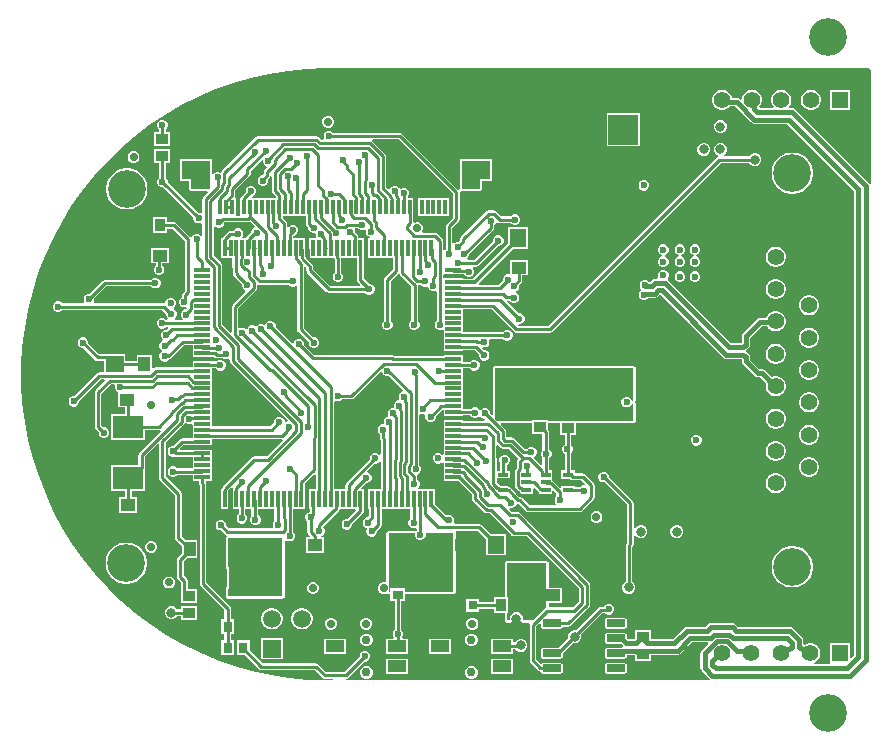
<source format=gbr>
G04*
G04 #@! TF.GenerationSoftware,Altium Limited,Altium Designer,25.1.2 (22)*
G04*
G04 Layer_Physical_Order=1*
G04 Layer_Color=255*
%FSLAX25Y25*%
%MOIN*%
G70*
G04*
G04 #@! TF.SameCoordinates,306FC79E-9B49-4897-B38B-A4FC230E2DB4*
G04*
G04*
G04 #@! TF.FilePolarity,Positive*
G04*
G01*
G75*
%ADD15C,0.01000*%
%ADD16R,0.01200X0.04700*%
%ADD17R,0.01378X0.05315*%
%ADD18R,0.05315X0.01378*%
%ADD19R,0.04134X0.03543*%
%ADD20R,0.03347X0.01575*%
G04:AMPARAMS|DCode=21|XSize=61.02mil|YSize=23.62mil|CornerRadius=2.01mil|HoleSize=0mil|Usage=FLASHONLY|Rotation=0.000|XOffset=0mil|YOffset=0mil|HoleType=Round|Shape=RoundedRectangle|*
%AMROUNDEDRECTD21*
21,1,0.06102,0.01961,0,0,0.0*
21,1,0.05701,0.02362,0,0,0.0*
1,1,0.00402,0.02850,-0.00980*
1,1,0.00402,-0.02850,-0.00980*
1,1,0.00402,-0.02850,0.00980*
1,1,0.00402,0.02850,0.00980*
%
%ADD21ROUNDEDRECTD21*%
%ADD22R,0.03150X0.03740*%
%ADD23R,0.04758X0.03985*%
%ADD24R,0.06102X0.03937*%
%ADD25R,0.03740X0.03150*%
%ADD26R,0.03150X0.03150*%
%ADD27R,0.03543X0.04134*%
%ADD28R,0.05512X0.05906*%
%ADD29R,0.05906X0.05512*%
%ADD30R,0.03985X0.04758*%
%ADD31R,0.03347X0.01378*%
%ADD32R,0.10236X0.07480*%
%ADD33C,0.05500*%
%ADD34C,0.12598*%
%ADD35R,0.09843X0.09843*%
%ADD36C,0.09843*%
%ADD37R,0.05512X0.05512*%
%ADD38C,0.05512*%
%ADD39C,0.05984*%
%ADD40R,0.05984X0.05984*%
%ADD41C,0.02953*%
%ADD42C,0.03150*%
%ADD43C,0.02362*%
%ADD44C,0.02800*%
%ADD45R,0.09400X0.06300*%
%ADD46C,0.01500*%
%ADD47C,0.01181*%
%ADD48C,0.12600*%
G36*
X480500Y478500D02*
X480500Y478500D01*
X658578Y478500D01*
X659164Y477914D01*
Y439981D01*
X658664Y439829D01*
X658466Y440125D01*
X633721Y464870D01*
X633278Y465166D01*
X632755Y465270D01*
X632025D01*
X631818Y465770D01*
X631993Y465945D01*
X632433Y466708D01*
X632661Y467559D01*
Y468441D01*
X632433Y469292D01*
X631993Y470055D01*
X631370Y470678D01*
X630607Y471118D01*
X629755Y471347D01*
X628874D01*
X628023Y471118D01*
X627260Y470678D01*
X626637Y470055D01*
X626197Y469292D01*
X625969Y468441D01*
Y467559D01*
X626197Y466708D01*
X626637Y465945D01*
X626812Y465770D01*
X626605Y465270D01*
X622183D01*
X621975Y465770D01*
X622150Y465945D01*
X622591Y466708D01*
X622819Y467559D01*
Y468441D01*
X622591Y469292D01*
X622150Y470055D01*
X621527Y470678D01*
X620764Y471118D01*
X619913Y471347D01*
X619032D01*
X618181Y471118D01*
X617418Y470678D01*
X616795Y470055D01*
X616354Y469292D01*
X616126Y468441D01*
Y468193D01*
X615626Y467986D01*
X615413Y468199D01*
X614970Y468495D01*
X614447Y468599D01*
X612934D01*
X612748Y469292D01*
X612308Y470055D01*
X611685Y470678D01*
X610922Y471118D01*
X610071Y471347D01*
X609189D01*
X608338Y471118D01*
X607575Y470678D01*
X606952Y470055D01*
X606511Y469292D01*
X606284Y468441D01*
Y467559D01*
X606511Y466708D01*
X606952Y465945D01*
X607575Y465322D01*
X608338Y464882D01*
X609189Y464653D01*
X610071D01*
X610922Y464882D01*
X611685Y465322D01*
X612228Y465866D01*
X613881D01*
X619309Y460437D01*
X619753Y460141D01*
X620276Y460037D01*
X631153D01*
X653633Y437557D01*
Y282816D01*
X652651Y281834D01*
X652189Y282025D01*
Y286846D01*
X645496D01*
Y280154D01*
X645117Y279861D01*
X640280D01*
X640214Y280361D01*
X640292Y280382D01*
X641055Y280822D01*
X641678Y281445D01*
X642118Y282208D01*
X642346Y283059D01*
Y283941D01*
X642118Y284792D01*
X641678Y285555D01*
X641055Y286178D01*
X640292Y286618D01*
X639441Y286846D01*
X638559D01*
X637708Y286618D01*
X637196Y286322D01*
X636696Y286611D01*
Y287944D01*
X636591Y288467D01*
X636295Y288910D01*
X633233Y291972D01*
X632790Y292269D01*
X632267Y292373D01*
X614818D01*
X614037Y293154D01*
X613594Y293450D01*
X613071Y293554D01*
X605874D01*
X605351Y293450D01*
X604908Y293154D01*
X604127Y292373D01*
X597807D01*
X597284Y292269D01*
X596841Y291972D01*
X593111Y288243D01*
X585760D01*
Y291216D01*
X580445D01*
Y288347D01*
X580341Y288243D01*
X578190D01*
X577787Y288646D01*
Y289480D01*
X577726Y289789D01*
X577551Y290051D01*
X577289Y290226D01*
X576980Y290287D01*
X571279D01*
X570971Y290226D01*
X570709Y290051D01*
X570534Y289789D01*
X570473Y289480D01*
Y287520D01*
X570534Y287211D01*
X570709Y286949D01*
X570971Y286774D01*
X571279Y286713D01*
X575854D01*
X576407Y286160D01*
X576386Y285950D01*
X576274Y285586D01*
X575910Y285343D01*
X575854Y285287D01*
X571279D01*
X570971Y285226D01*
X570709Y285051D01*
X570534Y284789D01*
X570473Y284480D01*
Y282520D01*
X570534Y282211D01*
X570709Y281949D01*
X570971Y281774D01*
X571279Y281713D01*
X576980D01*
X577289Y281774D01*
X577551Y281949D01*
X577726Y282211D01*
X577787Y282520D01*
Y283009D01*
X580341D01*
X580445Y282906D01*
Y280784D01*
X585760D01*
Y283009D01*
X594713D01*
X595236Y283113D01*
X595679Y283410D01*
X599409Y287139D01*
X604732D01*
X604923Y286677D01*
X602760Y284514D01*
X602464Y284070D01*
X602360Y283547D01*
Y278631D01*
X602464Y278108D01*
X602760Y277665D01*
X605397Y275028D01*
X605418Y275013D01*
X605266Y274514D01*
X484373Y274514D01*
X484324Y275013D01*
X484594Y275067D01*
X484955Y275308D01*
X490375Y280728D01*
X490852D01*
X491504Y280998D01*
X492002Y281496D01*
X492272Y282148D01*
Y282852D01*
X492002Y283504D01*
X491504Y284002D01*
X490852Y284272D01*
X490148D01*
X489496Y284002D01*
X488998Y283504D01*
X488728Y282852D01*
Y282227D01*
X483708Y277206D01*
X477623D01*
X475043Y279786D01*
X474682Y280027D01*
X474257Y280112D01*
X474257Y280112D01*
X456458D01*
X452069Y284501D01*
Y287850D01*
X447738D01*
Y282929D01*
X450496D01*
X455212Y278214D01*
X455212Y278214D01*
X455572Y277973D01*
X455998Y277888D01*
X455998Y277888D01*
X473796D01*
X476376Y275308D01*
X476376Y275308D01*
X476737Y275067D01*
X477162Y274983D01*
X477163Y274983D01*
X479942D01*
X479950Y274483D01*
X477865Y274421D01*
X471596Y274622D01*
X465352Y275208D01*
X459155Y276176D01*
X453029Y277522D01*
X446998Y279243D01*
X441083Y281330D01*
X435308Y283777D01*
X429695Y286574D01*
X424263Y289710D01*
X419034Y293174D01*
X414028Y296953D01*
X409264Y301032D01*
X404759Y305395D01*
X400530Y310028D01*
X396594Y314911D01*
X392966Y320026D01*
X389658Y325355D01*
X386684Y330877D01*
X384054Y336571D01*
X381779Y342416D01*
X379868Y348390D01*
X378327Y354469D01*
X377162Y360632D01*
X376378Y366855D01*
X375977Y373114D01*
X375962Y379386D01*
X376331Y385647D01*
X377085Y391874D01*
X378220Y398042D01*
X379731Y404129D01*
X381613Y410112D01*
X383860Y415968D01*
X386461Y421675D01*
X389408Y427211D01*
X392690Y432556D01*
X396293Y437690D01*
X400206Y442592D01*
X404411Y447245D01*
X408895Y451631D01*
X413639Y455733D01*
X418627Y459536D01*
X423839Y463025D01*
X429255Y466188D01*
X434855Y469013D01*
X440618Y471488D01*
X446522Y473604D01*
X452545Y475354D01*
X458664Y476731D01*
X464856Y477729D01*
X471097Y478345D01*
X477365Y478577D01*
X480500Y478500D01*
D02*
G37*
%LPC*%
G36*
X652347Y471347D02*
X645653D01*
Y464653D01*
X652347D01*
Y471347D01*
D02*
G37*
G36*
X639598D02*
X638717D01*
X637866Y471118D01*
X637103Y470678D01*
X636480Y470055D01*
X636039Y469292D01*
X635811Y468441D01*
Y467559D01*
X636039Y466708D01*
X636480Y465945D01*
X637103Y465322D01*
X637866Y464882D01*
X638717Y464653D01*
X639598D01*
X640449Y464882D01*
X641212Y465322D01*
X641835Y465945D01*
X642276Y466708D01*
X642504Y467559D01*
Y468441D01*
X642276Y469292D01*
X641835Y470055D01*
X641212Y470678D01*
X640449Y471118D01*
X639598Y471347D01*
D02*
G37*
G36*
X478742Y462620D02*
X477950D01*
X477219Y462317D01*
X476659Y461757D01*
X476356Y461026D01*
Y460234D01*
X476659Y459502D01*
X477219Y458942D01*
X477950Y458639D01*
X478742D01*
X479474Y458942D01*
X480034Y459502D01*
X480337Y460234D01*
Y461026D01*
X480034Y461757D01*
X479474Y462317D01*
X478742Y462620D01*
D02*
G37*
G36*
X609431Y461165D02*
X608569D01*
X607773Y460836D01*
X607164Y460227D01*
X606835Y459431D01*
Y458569D01*
X607164Y457773D01*
X607773Y457164D01*
X608569Y456835D01*
X609431D01*
X610227Y457164D01*
X610836Y457773D01*
X611165Y458569D01*
Y459431D01*
X610836Y460227D01*
X610227Y460836D01*
X609431Y461165D01*
D02*
G37*
G36*
X478852Y457634D02*
X478148D01*
X477496Y457364D01*
X476998Y456866D01*
X476728Y456215D01*
Y455510D01*
X476856Y455202D01*
X476522Y454703D01*
X475869D01*
X475104Y455467D01*
X474743Y455708D01*
X474318Y455793D01*
X474318Y455793D01*
X454756D01*
X454330Y455708D01*
X453970Y455467D01*
X453970Y455467D01*
X442879Y444377D01*
X442638Y444016D01*
X442074Y443742D01*
X441746Y443878D01*
X441041D01*
X440390Y443608D01*
X439973Y443191D01*
X439589Y443280D01*
X439473Y443344D01*
Y447647D01*
X439424Y447765D01*
Y448238D01*
X438951D01*
X438834Y448287D01*
X432534D01*
X432416Y448238D01*
X428843D01*
Y440757D01*
X431895D01*
Y438247D01*
X432082Y437795D01*
X432534Y437608D01*
X437882Y437608D01*
X438074Y437146D01*
X436623Y435696D01*
X436382Y435335D01*
X436298Y434909D01*
X436298Y434909D01*
Y430494D01*
X435798Y430176D01*
X435426Y430330D01*
X434875D01*
X424772Y440433D01*
Y440985D01*
X424502Y441636D01*
X424112Y442026D01*
Y446783D01*
X425658D01*
Y451508D01*
X420342D01*
Y446783D01*
X421888D01*
Y442026D01*
X421498Y441636D01*
X421228Y440985D01*
Y440280D01*
X421498Y439629D01*
X421996Y439131D01*
X422648Y438861D01*
X423199D01*
X433302Y428758D01*
Y428206D01*
X433572Y427555D01*
X434070Y427057D01*
X434722Y426787D01*
X435426D01*
X435798Y426941D01*
X436298Y426623D01*
Y422915D01*
X435798Y422708D01*
X435504Y423002D01*
X434852Y423272D01*
X434148D01*
X433496Y423002D01*
X432998Y422504D01*
X432908Y422287D01*
X432351Y422222D01*
X432351Y422222D01*
X427617Y426955D01*
X427256Y427196D01*
X426831Y427281D01*
X426831Y427281D01*
X424486D01*
Y428827D01*
X419762D01*
Y423512D01*
X424486D01*
Y425057D01*
X426370D01*
X430452Y420975D01*
Y404215D01*
X429835Y403598D01*
X429594Y403237D01*
X429510Y402812D01*
X429510Y402812D01*
Y402138D01*
X429357Y402075D01*
X428859Y401577D01*
X428589Y400926D01*
Y400221D01*
X428859Y399570D01*
X429357Y399071D01*
X430009Y398802D01*
X430713D01*
X431080Y398487D01*
X430713Y398087D01*
X430648D01*
X429996Y397818D01*
X429498Y397319D01*
X429228Y396668D01*
Y395963D01*
X429498Y395312D01*
X429741Y395069D01*
X429534Y394569D01*
X427228D01*
X427142Y394733D01*
X427075Y395069D01*
X427502Y395496D01*
X427772Y396148D01*
Y396852D01*
X427502Y397504D01*
X427004Y398002D01*
X426838Y398070D01*
X426821Y398605D01*
X427320Y399103D01*
X427589Y399754D01*
Y400459D01*
X427320Y401110D01*
X426821Y401608D01*
X426170Y401878D01*
X425465D01*
X424814Y401608D01*
X424316Y401110D01*
X424046Y400459D01*
X423546Y400103D01*
X423500Y400112D01*
X423500Y400112D01*
X400271D01*
X400050Y400612D01*
X400272Y401148D01*
Y401699D01*
X404357Y405785D01*
X419290D01*
X419681Y405395D01*
X420332Y405125D01*
X421036D01*
X421688Y405395D01*
X422186Y405893D01*
X422456Y406544D01*
Y407249D01*
X422186Y407900D01*
X421688Y408399D01*
X421036Y408668D01*
X420332D01*
X419681Y408399D01*
X419290Y408009D01*
X403897D01*
X403471Y407924D01*
X403110Y407683D01*
X403110Y407683D01*
X398699Y403272D01*
X398148D01*
X397496Y403002D01*
X396998Y402504D01*
X396728Y401852D01*
Y401148D01*
X396950Y400612D01*
X396729Y400112D01*
X389776D01*
X389354Y400534D01*
X388703Y400804D01*
X387998D01*
X387347Y400534D01*
X386849Y400036D01*
X386579Y399385D01*
Y398680D01*
X386849Y398029D01*
X387347Y397530D01*
X387998Y397261D01*
X388703D01*
X389354Y397530D01*
X389712Y397888D01*
X423039D01*
X424228Y396699D01*
Y396148D01*
X424498Y395496D01*
X424775Y395219D01*
X424586Y394710D01*
X424319Y394687D01*
X424004Y395002D01*
X423352Y395272D01*
X422648D01*
X421996Y395002D01*
X421498Y394504D01*
X421228Y393852D01*
Y393148D01*
X421498Y392496D01*
X421996Y391998D01*
X422648Y391728D01*
X423352D01*
X424004Y391998D01*
X424351Y392345D01*
X424837D01*
X425044Y391845D01*
X424471Y391272D01*
X423919D01*
X423268Y391002D01*
X422770Y390504D01*
X422500Y389852D01*
Y389148D01*
X422770Y388496D01*
X423090Y388176D01*
X423014Y387608D01*
X423010Y387602D01*
X422768Y387502D01*
X422270Y387004D01*
X422000Y386352D01*
Y385648D01*
X422270Y384996D01*
X422736Y384530D01*
X422753Y384250D01*
X422736Y383970D01*
X422270Y383504D01*
X422000Y382852D01*
Y382148D01*
X422270Y381496D01*
X422768Y380998D01*
X423419Y380728D01*
X424124D01*
X424775Y380998D01*
X425206Y381429D01*
X425425Y381473D01*
X425786Y381714D01*
X430281Y386208D01*
X433130D01*
Y384261D01*
X433130D01*
Y382293D01*
X439626D01*
Y382293D01*
X440126Y382374D01*
X440319Y382181D01*
X440680Y381940D01*
X441105Y381855D01*
X441105Y381855D01*
X443112D01*
X443240Y381726D01*
X443892Y381457D01*
X444596D01*
X444904Y381584D01*
X445404Y381250D01*
Y381022D01*
X445404Y381022D01*
X445489Y380597D01*
X445729Y380236D01*
X464767Y361199D01*
X464662Y360673D01*
X464213Y360435D01*
X463772Y360618D01*
Y360852D01*
X463502Y361504D01*
X463004Y362002D01*
X462352Y362272D01*
X461648D01*
X460996Y362002D01*
X460498Y361504D01*
X460228Y360852D01*
Y360301D01*
X459039Y359112D01*
X439626D01*
Y359261D01*
X439626D01*
Y364576D01*
Y368513D01*
X439626D01*
Y371072D01*
X439626D01*
Y374418D01*
Y378523D01*
X440832D01*
X440863Y378447D01*
X441361Y377949D01*
X442013Y377679D01*
X442717D01*
X443368Y377949D01*
X443867Y378447D01*
X444137Y379098D01*
Y379803D01*
X443867Y380454D01*
X443368Y380953D01*
X442717Y381222D01*
X442013D01*
X441361Y380953D01*
X441156Y380747D01*
X439626D01*
Y380915D01*
X433130D01*
Y378779D01*
X420737D01*
X420737Y378779D01*
X420311Y378694D01*
X420083Y378541D01*
X419646Y378710D01*
X419583Y378763D01*
Y382812D01*
X414417D01*
Y380955D01*
X410661D01*
Y383188D01*
X404970D01*
X404862Y383209D01*
X404862Y383209D01*
X401863D01*
X398272Y386801D01*
Y387352D01*
X398002Y388004D01*
X397504Y388502D01*
X396852Y388772D01*
X396148D01*
X395496Y388502D01*
X394998Y388004D01*
X394728Y387352D01*
Y386648D01*
X394998Y385996D01*
X395496Y385498D01*
X396148Y385228D01*
X396699D01*
X400617Y381311D01*
X400977Y381070D01*
X401403Y380985D01*
X401403Y380985D01*
X403575D01*
Y377107D01*
X401995D01*
X401995Y377107D01*
X401569Y377022D01*
X401208Y376781D01*
X393699Y369272D01*
X393148D01*
X392496Y369002D01*
X391998Y368504D01*
X391728Y367852D01*
Y367148D01*
X391998Y366496D01*
X392496Y365998D01*
X393148Y365728D01*
X393852D01*
X394504Y365998D01*
X395002Y366496D01*
X395272Y367148D01*
Y367699D01*
X402455Y374883D01*
X403665D01*
X403857Y374421D01*
X400725Y371290D01*
X400484Y370929D01*
X400400Y370503D01*
X400400Y370503D01*
Y358988D01*
X400400Y358988D01*
X400484Y358563D01*
X400725Y358202D01*
X401728Y357199D01*
Y356648D01*
X401998Y355996D01*
X402496Y355498D01*
X403148Y355228D01*
X403852D01*
X404504Y355498D01*
X405002Y355996D01*
X405272Y356648D01*
Y357352D01*
X405002Y358004D01*
X404504Y358502D01*
X403852Y358772D01*
X403301D01*
X402624Y359449D01*
Y370043D01*
X405873Y373292D01*
X407022D01*
X407356Y372792D01*
X407228Y372485D01*
Y371780D01*
X407498Y371129D01*
X407996Y370631D01*
X408325Y370494D01*
Y365476D01*
X410418D01*
Y363295D01*
X405821D01*
Y354634D01*
X417239D01*
Y357853D01*
X421770D01*
X421770Y357853D01*
X422196Y357937D01*
X422259Y357979D01*
X422577Y357591D01*
X415362Y350375D01*
X415121Y350015D01*
X415036Y349589D01*
X415036Y349589D01*
Y346366D01*
X405821D01*
Y337705D01*
X410527D01*
Y335524D01*
X408670D01*
Y330358D01*
X414608D01*
Y335524D01*
X412751D01*
Y337705D01*
X417239D01*
Y345168D01*
X417260Y345276D01*
X417260Y345276D01*
Y349129D01*
X421455Y353323D01*
X421917Y353132D01*
Y342009D01*
X421917Y342009D01*
X422002Y341584D01*
X422243Y341223D01*
X427200Y336266D01*
Y321955D01*
X427200Y321955D01*
X427284Y321530D01*
X427525Y321169D01*
X429541Y319153D01*
Y316746D01*
X428254Y315460D01*
X428013Y315099D01*
X427929Y314674D01*
X427929Y314674D01*
Y308999D01*
X427929Y308999D01*
X428013Y308573D01*
X428254Y308212D01*
X429239Y307228D01*
Y303915D01*
X429239Y303915D01*
X429260Y303807D01*
Y300281D01*
X434575D01*
Y305005D01*
X431463D01*
Y307688D01*
X431378Y308114D01*
X431137Y308475D01*
X431137Y308475D01*
X430153Y309459D01*
Y314213D01*
X431113Y315174D01*
X434706D01*
Y321112D01*
X430727D01*
X429423Y322416D01*
Y336726D01*
X429423Y336727D01*
X429339Y337152D01*
X429098Y337513D01*
X424141Y342470D01*
Y353760D01*
X430286Y359905D01*
X430328Y359967D01*
X430888Y360114D01*
X431539Y359844D01*
X432244D01*
X432630Y360003D01*
X433130Y359695D01*
Y358670D01*
X433130D01*
Y355324D01*
X433130D01*
Y355156D01*
X429545D01*
X429544Y355156D01*
X429119Y355072D01*
X428758Y354831D01*
X428758Y354831D01*
X426515Y352587D01*
X426148D01*
X425496Y352318D01*
X424998Y351819D01*
X424728Y351168D01*
Y350463D01*
X424998Y349812D01*
X425496Y349314D01*
X426148Y349044D01*
X426852D01*
X427070Y349134D01*
X427151Y349080D01*
X427577Y348996D01*
X427577Y348996D01*
X433130D01*
Y345112D01*
X427894D01*
X427504Y345502D01*
X426852Y345772D01*
X426148D01*
X425496Y345502D01*
X424998Y345004D01*
X424728Y344352D01*
Y343648D01*
X424998Y342996D01*
X425496Y342498D01*
X426148Y342228D01*
X426852D01*
X427504Y342498D01*
X427894Y342888D01*
X433130D01*
Y340954D01*
X435266D01*
Y340122D01*
X435266Y340122D01*
X435351Y339697D01*
X435388Y339640D01*
Y306676D01*
X435388Y306676D01*
X435473Y306250D01*
X435714Y305890D01*
X443674Y297930D01*
Y294815D01*
X442620D01*
Y289894D01*
X443674D01*
Y287850D01*
X442620D01*
Y282929D01*
X446951D01*
Y287850D01*
X445897D01*
Y289894D01*
X446951D01*
Y294815D01*
X445897D01*
Y298390D01*
X445897Y298390D01*
X445813Y298816D01*
X445572Y299177D01*
X445572Y299177D01*
X437612Y307136D01*
Y340000D01*
X437527Y340425D01*
X437508Y340454D01*
X437614Y340954D01*
X439626D01*
Y343513D01*
X439626D01*
Y346860D01*
Y351387D01*
X433130D01*
Y351219D01*
X428945D01*
X428754Y351681D01*
X430005Y352933D01*
X433130D01*
Y352765D01*
X439626D01*
Y354733D01*
X439626D01*
Y354901D01*
X462834D01*
X463061Y354422D01*
X463061Y354421D01*
X457762Y349122D01*
X453641D01*
X453215Y349037D01*
X452854Y348796D01*
X452854Y348796D01*
X443069Y339011D01*
X442828Y338650D01*
X442743Y338224D01*
X442480Y338100D01*
Y331604D01*
X445039D01*
Y337836D01*
X446119Y338915D01*
X446535Y338720D01*
X446585Y338675D01*
Y338100D01*
X446417D01*
Y331604D01*
X448471D01*
Y329976D01*
X447998Y329504D01*
X447728Y328852D01*
Y328148D01*
X447998Y327496D01*
X448496Y326998D01*
X449148Y326728D01*
X449852D01*
X450504Y326998D01*
X451002Y327496D01*
X451272Y328148D01*
Y328852D01*
X451002Y329504D01*
X450695Y329811D01*
Y331604D01*
X452679D01*
Y329142D01*
X452541Y329004D01*
X452272Y328352D01*
Y327648D01*
X452541Y326996D01*
X453040Y326498D01*
X453691Y326228D01*
X454396D01*
X455047Y326498D01*
X455545Y326996D01*
X455815Y327648D01*
Y328352D01*
X455545Y329004D01*
X455047Y329502D01*
X454903Y329561D01*
Y331604D01*
X456850D01*
Y331604D01*
X460197D01*
Y331604D01*
X460370D01*
Y327718D01*
X459986Y327334D01*
X459717Y326683D01*
Y325978D01*
X459844Y325671D01*
X459510Y325171D01*
X445130D01*
X444272Y326029D01*
Y326581D01*
X444002Y327232D01*
X443504Y327730D01*
X442852Y328000D01*
X442148D01*
X441496Y327730D01*
X440998Y327232D01*
X440728Y326581D01*
Y325876D01*
X440998Y325225D01*
X441496Y324726D01*
X442148Y324457D01*
X442699D01*
X443883Y323273D01*
X444244Y323032D01*
X444315Y322856D01*
X444383Y322494D01*
X444258Y322307D01*
X444197Y322000D01*
Y312161D01*
X444258Y311854D01*
X444352Y311713D01*
Y305523D01*
X444258Y305382D01*
X444197Y305075D01*
Y302500D01*
X444258Y302193D01*
X444432Y301932D01*
X444693Y301758D01*
X445000Y301697D01*
X463000D01*
X463307Y301758D01*
X463568Y301932D01*
X463742Y302193D01*
X463803Y302500D01*
Y321002D01*
X464303Y321209D01*
X464435Y321077D01*
X465086Y320808D01*
X465791D01*
X466442Y321077D01*
X466940Y321576D01*
X467210Y322227D01*
Y322932D01*
X466940Y323583D01*
X466538Y323985D01*
Y331604D01*
X470630D01*
Y338100D01*
X470462D01*
Y339964D01*
X473682Y343184D01*
X474144Y342992D01*
Y338100D01*
X472008D01*
Y331604D01*
X472176D01*
Y330587D01*
X472086D01*
X471435Y330317D01*
X470937Y329819D01*
X470667Y329168D01*
Y328463D01*
X470937Y327812D01*
X471327Y327422D01*
Y323918D01*
X471327Y323918D01*
X471412Y323492D01*
X471653Y323131D01*
X472239Y322545D01*
X472048Y322083D01*
X470874D01*
Y316917D01*
X476812D01*
Y322083D01*
X476097D01*
X475998Y322583D01*
X476344Y322726D01*
X476843Y323225D01*
X477112Y323876D01*
Y324581D01*
X476843Y325232D01*
X476453Y325622D01*
Y325650D01*
X481120Y330317D01*
X481120Y330317D01*
X481759Y330956D01*
X481759Y330956D01*
X482000Y331317D01*
X482057Y331604D01*
X484409D01*
Y331604D01*
X485787D01*
Y331604D01*
X487324D01*
X487531Y331104D01*
X484699Y328272D01*
X484148D01*
X483496Y328002D01*
X482998Y327504D01*
X482728Y326852D01*
Y326148D01*
X482998Y325496D01*
X483496Y324998D01*
X484148Y324728D01*
X484852D01*
X485504Y324998D01*
X486002Y325496D01*
X486272Y326148D01*
Y326699D01*
X489822Y330249D01*
X489822Y330249D01*
X490063Y330610D01*
X490147Y331035D01*
Y331604D01*
X490315D01*
Y338100D01*
X489325D01*
X489134Y338562D01*
X490801Y340228D01*
X491352D01*
X492004Y340498D01*
X492502Y340996D01*
X492772Y341648D01*
Y342352D01*
X492502Y343004D01*
X492004Y343502D01*
X491493Y343713D01*
X491306Y344234D01*
X493801Y346728D01*
X494352D01*
X495004Y346998D01*
X495297Y347292D01*
X495797Y347085D01*
Y338100D01*
X495630D01*
Y338100D01*
X491693D01*
Y331604D01*
X491860D01*
Y329302D01*
X491330Y328772D01*
X491148D01*
X490496Y328502D01*
X489998Y328004D01*
X489728Y327352D01*
Y326648D01*
X489998Y325996D01*
X490496Y325498D01*
X490852Y325351D01*
X491146Y325210D01*
X491102Y324747D01*
X491000Y324500D01*
Y323795D01*
X491270Y323144D01*
X491768Y322646D01*
X492419Y322376D01*
X493124D01*
X493775Y322646D01*
X494274Y323144D01*
X494543Y323795D01*
Y324347D01*
X495727Y325531D01*
X495727Y325531D01*
X495968Y325891D01*
X496053Y326317D01*
X496053Y326317D01*
Y331604D01*
X496220D01*
Y331604D01*
X499567D01*
Y331604D01*
X505628D01*
Y328405D01*
X505226Y328004D01*
X504957Y327352D01*
Y326648D01*
X505226Y325996D01*
X505725Y325498D01*
X506376Y325228D01*
X507081D01*
X507388Y325356D01*
X507888Y325022D01*
Y324538D01*
X507810Y324446D01*
X507694Y324352D01*
X507456Y324229D01*
X507437Y324242D01*
X507359Y324257D01*
X507286Y324287D01*
X507207D01*
X507130Y324303D01*
X498500D01*
X498193Y324242D01*
X497932Y324068D01*
X497758Y323807D01*
X497697Y323500D01*
Y307438D01*
X497281Y307160D01*
X497234Y307179D01*
X496443D01*
X495711Y306876D01*
X495151Y306316D01*
X494848Y305585D01*
Y304793D01*
X495151Y304061D01*
X495711Y303502D01*
X496443Y303198D01*
X497234D01*
X497903Y303475D01*
X497932Y303432D01*
X498193Y303258D01*
X498500Y303197D01*
X499039D01*
Y300776D01*
X500388D01*
Y291394D01*
X499998Y291004D01*
X499728Y290352D01*
Y289648D01*
X499998Y288996D01*
X500089Y288906D01*
X499882Y288405D01*
X497693D01*
Y283287D01*
X504976D01*
Y288405D01*
X503118D01*
X502911Y288906D01*
X503002Y288996D01*
X503272Y289648D01*
Y290352D01*
X503002Y291004D01*
X502612Y291394D01*
Y300776D01*
X503961D01*
Y303197D01*
X520000D01*
X520307Y303258D01*
X520568Y303432D01*
X520742Y303693D01*
X520803Y304000D01*
Y323500D01*
X520742Y323807D01*
X520688Y323888D01*
X520920Y324388D01*
X528120D01*
X530844Y321663D01*
Y316149D01*
X537537D01*
Y323236D01*
X532417D01*
X529366Y326286D01*
X529006Y326527D01*
X528580Y326612D01*
X528580Y326612D01*
X520455D01*
X520126Y327112D01*
X520272Y327463D01*
Y328168D01*
X520002Y328819D01*
X519504Y329318D01*
X518852Y329587D01*
X518148D01*
X517708Y329405D01*
X513937Y333176D01*
Y338100D01*
X511378D01*
Y338100D01*
X508258D01*
X508241Y338127D01*
X508105Y338600D01*
X508502Y338996D01*
X508772Y339648D01*
Y340352D01*
X508502Y341004D01*
X508004Y341502D01*
X507851Y341565D01*
Y342548D01*
X507815Y342728D01*
X507839Y343048D01*
X508123Y343340D01*
X508504Y343498D01*
X509002Y343996D01*
X509272Y344648D01*
Y345352D01*
X509002Y346004D01*
X508612Y346394D01*
Y362934D01*
X509112Y363268D01*
X509419Y363141D01*
X510124D01*
X510270Y363201D01*
X510652Y362819D01*
X510623Y362747D01*
Y362042D01*
X510892Y361391D01*
X511391Y360892D01*
X512042Y360623D01*
X512747D01*
X513398Y360892D01*
X513896Y361391D01*
X514166Y362042D01*
Y362594D01*
X516291Y364719D01*
X516791Y364684D01*
Y362608D01*
X523287D01*
Y362775D01*
X525580D01*
X525611Y362699D01*
X526109Y362201D01*
X526761Y361931D01*
X527465D01*
X528117Y362201D01*
X528444Y362528D01*
X528969Y362498D01*
X529032Y362463D01*
X529496Y361998D01*
X530148Y361728D01*
X530455D01*
X530579Y361562D01*
X530329Y361062D01*
X523287D01*
Y361230D01*
X516791D01*
Y359261D01*
X516791D01*
Y354733D01*
X516791D01*
Y349921D01*
X516291Y349714D01*
X516004Y350002D01*
X515352Y350272D01*
X514648D01*
X513996Y350002D01*
X513498Y349504D01*
X513228Y348852D01*
Y348148D01*
X513498Y347496D01*
X513996Y346998D01*
X514648Y346728D01*
X515352D01*
X516004Y346998D01*
X516291Y347286D01*
X516791Y347079D01*
Y343513D01*
X516791D01*
Y340954D01*
X521715D01*
X526242Y336427D01*
Y334979D01*
X526242Y334979D01*
X526327Y334553D01*
X526568Y334193D01*
X530275Y330485D01*
X530275Y330485D01*
X530636Y330244D01*
X531061Y330160D01*
X532093D01*
X539303Y322950D01*
X539664Y322709D01*
X540090Y322624D01*
X544418D01*
X561807Y305235D01*
Y300808D01*
X559851Y298852D01*
X551803D01*
Y300209D01*
X556105D01*
Y305375D01*
X551803D01*
Y313500D01*
X551742Y313807D01*
X551568Y314068D01*
X551307Y314242D01*
X551000Y314303D01*
X538000D01*
X537693Y314242D01*
X537432Y314068D01*
X537258Y313807D01*
X537197Y313500D01*
Y302157D01*
X533429D01*
Y300612D01*
X528618D01*
Y301665D01*
X524287D01*
Y297335D01*
X528618D01*
Y298388D01*
X533429D01*
Y296843D01*
X537197D01*
Y294500D01*
X537258Y294193D01*
X537432Y293932D01*
X537693Y293758D01*
X538000Y293697D01*
X538788D01*
X538866Y293713D01*
X538945D01*
X539018Y293743D01*
X539096Y293758D01*
X539161Y293802D01*
X539234Y293832D01*
X539290Y293888D01*
X539356Y293932D01*
X539400Y293998D01*
X539456Y294054D01*
X539502Y294123D01*
X539532Y294196D01*
X539576Y294262D01*
X539592Y294340D01*
X539622Y294413D01*
Y294492D01*
X539638Y294569D01*
Y295271D01*
X539845Y295772D01*
X540228Y296155D01*
X540729Y296362D01*
X541271D01*
X541772Y296155D01*
X542155Y295772D01*
X542362Y295271D01*
Y294569D01*
X542378Y294492D01*
Y294413D01*
X542408Y294340D01*
X542424Y294262D01*
X542468Y294196D01*
X542498Y294123D01*
X542544Y294054D01*
X542600Y293998D01*
X542644Y293932D01*
X542710Y293888D01*
X542766Y293832D01*
X542839Y293802D01*
X542904Y293758D01*
X542982Y293743D01*
X543055Y293713D01*
X543134D01*
X543212Y293697D01*
X545117D01*
X545227Y293583D01*
X545446Y293197D01*
X545388Y292904D01*
X545388Y292904D01*
Y281086D01*
X545388Y281086D01*
X545473Y280660D01*
X545714Y280299D01*
X548118Y277895D01*
X548118Y277895D01*
X548479Y277654D01*
X548905Y277569D01*
X549266Y277255D01*
X549274Y277211D01*
X549449Y276949D01*
X549711Y276774D01*
X550020Y276713D01*
X555721D01*
X556029Y276774D01*
X556291Y276949D01*
X556466Y277211D01*
X556527Y277520D01*
Y279480D01*
X556466Y279789D01*
X556291Y280051D01*
X556029Y280226D01*
X555721Y280287D01*
X550020D01*
X549711Y280226D01*
X549449Y280051D01*
X549138Y280020D01*
X547612Y281546D01*
Y292444D01*
X548751Y293583D01*
X549213Y293391D01*
Y292520D01*
X549274Y292211D01*
X549449Y291949D01*
X549711Y291774D01*
X550020Y291713D01*
X555721D01*
X556029Y291774D01*
X556291Y291949D01*
X556466Y292211D01*
X556501Y292388D01*
X558320D01*
X558320Y292388D01*
X558746Y292473D01*
X559107Y292714D01*
X565295Y298902D01*
X565295Y298902D01*
X565536Y299263D01*
X565621Y299689D01*
X565621Y299689D01*
Y306355D01*
X565621Y306355D01*
X565536Y306780D01*
X565295Y307141D01*
X542223Y330213D01*
X541863Y330454D01*
X541437Y330539D01*
X541437Y330539D01*
X539482D01*
X538545Y331476D01*
X538828Y331900D01*
X538932Y331857D01*
X539637D01*
X540288Y332127D01*
X540787Y332625D01*
X541056Y333276D01*
X541555Y333459D01*
X541644D01*
X544161Y330942D01*
X544161Y330942D01*
X544522Y330701D01*
X544947Y330616D01*
X544947Y330616D01*
X562228D01*
X562228Y330616D01*
X562654Y330701D01*
X563015Y330942D01*
X566786Y334714D01*
X567027Y335074D01*
X567112Y335500D01*
X567112Y335500D01*
Y339500D01*
X567027Y339926D01*
X566786Y340286D01*
X563931Y343142D01*
X563570Y343383D01*
X563145Y343467D01*
X563145Y343467D01*
X560496D01*
Y344414D01*
X559374D01*
Y350369D01*
X559502Y350496D01*
X559772Y351148D01*
Y351852D01*
X559502Y352504D01*
X559374Y352631D01*
Y356280D01*
X560920D01*
Y360197D01*
X580000D01*
X580307Y360258D01*
X580568Y360432D01*
X580742Y360693D01*
X580803Y361000D01*
Y366622D01*
X580787Y366700D01*
Y366779D01*
X580757Y366852D01*
X580742Y366929D01*
X580698Y366995D01*
X580667Y367068D01*
Y367359D01*
X580698Y367432D01*
X580742Y367498D01*
X580757Y367576D01*
X580787Y367649D01*
Y367728D01*
X580803Y367805D01*
Y378500D01*
X580742Y378807D01*
X580568Y379068D01*
X580307Y379242D01*
X580000Y379303D01*
X534000D01*
X533693Y379242D01*
X533432Y379068D01*
X533258Y378807D01*
X533197Y378500D01*
Y363029D01*
X532735Y362837D01*
X532272Y363301D01*
Y363852D01*
X532002Y364504D01*
X531504Y365002D01*
X530852Y365272D01*
X530148D01*
X529496Y365002D01*
X529169Y364675D01*
X528644Y364705D01*
X528581Y364740D01*
X528117Y365205D01*
X527465Y365474D01*
X526761D01*
X526109Y365205D01*
X525904Y364999D01*
X523287D01*
Y369104D01*
X523287D01*
Y370481D01*
X523287D01*
Y374418D01*
Y378456D01*
X525539D01*
X525996Y377998D01*
X526648Y377728D01*
X527352D01*
X528004Y377998D01*
X528502Y378496D01*
X528772Y379148D01*
Y379852D01*
X528502Y380504D01*
X528004Y381002D01*
X527352Y381272D01*
X526648D01*
X525996Y381002D01*
X525674Y380679D01*
X523287D01*
Y382883D01*
X516791D01*
Y382716D01*
X500286D01*
X500025Y382890D01*
X499600Y382974D01*
X499600Y382974D01*
X473598D01*
X470272Y386301D01*
Y386852D01*
X470002Y387504D01*
X469504Y388002D01*
X468852Y388272D01*
X468148D01*
X467496Y388002D01*
X466998Y387504D01*
X466787Y386993D01*
X466266Y386806D01*
X460772Y392301D01*
Y392852D01*
X460502Y393504D01*
X460004Y394002D01*
X459352Y394272D01*
X458648D01*
X457996Y394002D01*
X457498Y393504D01*
X457413Y393299D01*
X457003Y393002D01*
X456352Y393272D01*
X455648D01*
X454996Y393002D01*
X454498Y392504D01*
X454278Y392460D01*
X453963Y392519D01*
X453352Y392772D01*
X452648D01*
X451996Y392502D01*
X451498Y392004D01*
X451391Y391745D01*
X450801Y391628D01*
X450715Y391714D01*
X450064Y391984D01*
X449360D01*
X448840Y391769D01*
X448340Y391999D01*
Y398489D01*
X454343Y404491D01*
X454343Y404491D01*
X454584Y404852D01*
X454668Y405278D01*
Y406120D01*
X454787Y406232D01*
X455168Y406447D01*
X455465Y406388D01*
X455465Y406388D01*
X465106D01*
X465496Y405998D01*
X466148Y405728D01*
X466852D01*
X467460Y405980D01*
X467961Y405802D01*
Y391428D01*
X467961Y391428D01*
X468045Y391002D01*
X468286Y390641D01*
X471728Y387199D01*
Y386648D01*
X471998Y385996D01*
X472496Y385498D01*
X473148Y385228D01*
X473852D01*
X474504Y385498D01*
X475002Y385996D01*
X475272Y386648D01*
Y387352D01*
X475002Y388004D01*
X474504Y388502D01*
X473852Y388772D01*
X473301D01*
X470184Y391888D01*
Y412252D01*
X470646Y412444D01*
X471011Y412079D01*
Y411165D01*
X471011Y411165D01*
X471095Y410739D01*
X471336Y410379D01*
X477685Y404030D01*
X477685Y404029D01*
X478046Y403788D01*
X478472Y403704D01*
X490606D01*
X490996Y403314D01*
X491648Y403044D01*
X492352D01*
X493004Y403314D01*
X493502Y403812D01*
X493772Y404463D01*
Y405168D01*
X493502Y405819D01*
X493004Y406318D01*
X492352Y406587D01*
X491985D01*
X490147Y408425D01*
Y415265D01*
X490315D01*
Y421761D01*
X488179D01*
Y422433D01*
X488179Y422433D01*
X488094Y422859D01*
X487853Y423219D01*
X487853Y423219D01*
X487233Y423839D01*
Y424363D01*
X487066Y424767D01*
X487363Y425267D01*
X488106D01*
X488496Y424877D01*
X489148Y424608D01*
X489852D01*
X490384Y424828D01*
X490738Y424561D01*
X490787Y424495D01*
X490728Y424352D01*
Y423648D01*
X490998Y422996D01*
X491496Y422498D01*
X492148Y422228D01*
X492069Y421761D01*
X491693D01*
Y415265D01*
X495630D01*
Y415265D01*
X499888D01*
Y411461D01*
X497214Y408786D01*
X496973Y408426D01*
X496888Y408000D01*
X496888Y408000D01*
Y394394D01*
X496498Y394004D01*
X496228Y393352D01*
Y392648D01*
X496498Y391996D01*
X496996Y391498D01*
X497648Y391228D01*
X498352D01*
X499004Y391498D01*
X499502Y391996D01*
X499772Y392648D01*
Y393352D01*
X499502Y394004D01*
X499112Y394394D01*
Y407539D01*
X501465Y409892D01*
X501627Y409888D01*
X502050Y409770D01*
X502218Y409519D01*
X505969Y405768D01*
Y394475D01*
X505498Y394004D01*
X505228Y393352D01*
Y392648D01*
X505498Y391996D01*
X505996Y391498D01*
X506648Y391228D01*
X507352D01*
X508004Y391498D01*
X508502Y391996D01*
X508772Y392648D01*
Y393352D01*
X508502Y394004D01*
X508193Y394313D01*
Y406224D01*
X508518Y406594D01*
X508970Y406563D01*
X508998Y406496D01*
X509496Y405998D01*
X510148Y405728D01*
X510852D01*
X511000Y405790D01*
X511512Y405460D01*
X511726Y404942D01*
X512225Y404443D01*
X512876Y404174D01*
X513581D01*
X513888Y404301D01*
X514388Y403967D01*
Y394394D01*
X513998Y394004D01*
X513728Y393352D01*
Y392648D01*
X513998Y391996D01*
X514496Y391498D01*
X515148Y391228D01*
X515852D01*
X516291Y391410D01*
X516791Y391132D01*
Y388198D01*
Y384261D01*
X523287D01*
Y384429D01*
X527086D01*
X528500Y383015D01*
Y382463D01*
X528770Y381812D01*
X529268Y381314D01*
X529919Y381044D01*
X530624D01*
X531275Y381314D01*
X531774Y381812D01*
X532043Y382463D01*
Y383168D01*
X531774Y383819D01*
X531275Y384318D01*
X530624Y384587D01*
X530072D01*
X529621Y385039D01*
X529904Y385463D01*
X529919Y385457D01*
X530624D01*
X531275Y385726D01*
X531774Y386225D01*
X532043Y386876D01*
Y387581D01*
X531916Y387888D01*
X532250Y388388D01*
X536606D01*
X536996Y387998D01*
X537648Y387728D01*
X538352D01*
X539004Y387998D01*
X539502Y388496D01*
X539772Y389148D01*
Y389852D01*
X539502Y390504D01*
X539004Y391002D01*
X538352Y391272D01*
X537648D01*
X536996Y391002D01*
X536606Y390612D01*
X528516D01*
X528403Y390589D01*
X523287D01*
Y394694D01*
X523287D01*
Y398041D01*
X523287D01*
Y398208D01*
X532719D01*
X540214Y390714D01*
X540214Y390714D01*
X540575Y390473D01*
X541000Y390388D01*
X541000Y390388D01*
X552209D01*
X552209Y390388D01*
X552635Y390473D01*
X552995Y390714D01*
X609170Y446888D01*
X618617D01*
X618664Y446773D01*
X619273Y446164D01*
X620069Y445835D01*
X620931D01*
X621727Y446164D01*
X622336Y446773D01*
X622665Y447569D01*
Y448431D01*
X622336Y449227D01*
X621727Y449836D01*
X620931Y450165D01*
X620069D01*
X619273Y449836D01*
X618664Y449227D01*
X618617Y449112D01*
X610199D01*
X610100Y449612D01*
X610227Y449664D01*
X610836Y450273D01*
X611165Y451069D01*
Y451931D01*
X610836Y452727D01*
X610227Y453336D01*
X609431Y453665D01*
X608569D01*
X607773Y453336D01*
X607164Y452727D01*
X606835Y451931D01*
Y451069D01*
X607164Y450273D01*
X607773Y449664D01*
X608164Y449503D01*
X608202Y449352D01*
X608177Y448956D01*
X607923Y448786D01*
X607923Y448786D01*
X551749Y392612D01*
X541627D01*
X541520Y392766D01*
X541539Y392835D01*
X541809Y393228D01*
X542352D01*
X543004Y393498D01*
X543502Y393996D01*
X543772Y394648D01*
Y395352D01*
X543502Y396004D01*
X543004Y396502D01*
X542352Y396772D01*
X541801D01*
X537924Y400649D01*
X538131Y401149D01*
X538707D01*
X538770Y400996D01*
X539268Y400498D01*
X539919Y400228D01*
X540624D01*
X541275Y400498D01*
X541774Y400996D01*
X542043Y401648D01*
Y402352D01*
X541774Y403004D01*
X541275Y403502D01*
X541020Y403608D01*
Y404149D01*
X541275Y404255D01*
X541774Y404753D01*
X542043Y405404D01*
Y406109D01*
X541980Y406261D01*
X542629Y406910D01*
X542629Y406910D01*
X542870Y407271D01*
X542955Y407697D01*
X542955Y407697D01*
Y409417D01*
X544812D01*
Y414583D01*
X538874D01*
Y409970D01*
X538577Y409772D01*
X537872D01*
X537221Y409502D01*
X536723Y409004D01*
X536453Y408352D01*
Y407801D01*
X534989Y406337D01*
X528611D01*
X528404Y406838D01*
X539952Y418385D01*
X544942D01*
Y425472D01*
X538249D01*
Y420088D01*
X526559Y408398D01*
X523287D01*
Y408474D01*
X516791D01*
X516612Y408899D01*
Y409426D01*
X516791Y409852D01*
X517112Y409852D01*
X520121D01*
X520228Y409830D01*
X520228Y409830D01*
X523534D01*
X523573Y409738D01*
X524071Y409239D01*
X524722Y408969D01*
X525427D01*
X526078Y409239D01*
X526577Y409738D01*
X526846Y410389D01*
Y411094D01*
X526577Y411745D01*
X526433Y411888D01*
X526640Y412388D01*
X527500D01*
X527500Y412388D01*
X527925Y412473D01*
X528286Y412714D01*
X534801Y419228D01*
X535352D01*
X536004Y419498D01*
X536502Y419996D01*
X536772Y420648D01*
Y421352D01*
X536502Y422004D01*
X536004Y422502D01*
X535352Y422772D01*
X534648D01*
X533996Y422502D01*
X533498Y422004D01*
X533228Y421352D01*
Y420801D01*
X527039Y414612D01*
X524778D01*
X524617Y415112D01*
X525002Y415496D01*
X525272Y416148D01*
Y416699D01*
X533172Y424600D01*
X533172Y424600D01*
X533413Y424960D01*
X533498Y425386D01*
Y426081D01*
X533650Y426145D01*
X534148Y426643D01*
X534276Y426950D01*
X534405Y427027D01*
X534880Y427106D01*
X535080Y426973D01*
X535505Y426888D01*
X539106D01*
X539496Y426498D01*
X540148Y426228D01*
X540852D01*
X541504Y426498D01*
X542002Y426996D01*
X542272Y427648D01*
Y428352D01*
X542002Y429004D01*
X541504Y429502D01*
X540852Y429772D01*
X540148D01*
X539496Y429502D01*
X539106Y429112D01*
X535966D01*
X534319Y430759D01*
X533958Y431000D01*
X533532Y431085D01*
X533532Y431085D01*
X531760D01*
X531335Y431000D01*
X530974Y430759D01*
X522483Y422268D01*
X522242Y421907D01*
X522157Y421482D01*
X522157Y421482D01*
Y421235D01*
X521556Y420634D01*
X521037D01*
X520386Y420364D01*
X520112Y420090D01*
X519612Y420297D01*
Y425310D01*
X521786Y427485D01*
X521786Y427485D01*
X522027Y427845D01*
X522112Y428271D01*
Y437106D01*
X522061Y437363D01*
X522443Y437714D01*
X522461Y437721D01*
X522734Y437608D01*
X529034Y437608D01*
X529486Y437795D01*
X529673Y438247D01*
Y440757D01*
X532724D01*
Y448238D01*
X529151D01*
X529034Y448287D01*
X522734D01*
X522616Y448238D01*
X522143D01*
Y447765D01*
X522095Y447647D01*
Y438291D01*
X521980Y438195D01*
X521640Y438039D01*
X503030Y456648D01*
X502669Y456889D01*
X502244Y456974D01*
X502244Y456974D01*
X479894D01*
X479504Y457364D01*
X478852Y457634D01*
D02*
G37*
G36*
X582075Y463517D02*
X571051D01*
Y452493D01*
X582075D01*
Y463517D01*
D02*
G37*
G36*
X423352Y461272D02*
X422648D01*
X421996Y461002D01*
X421498Y460504D01*
X421228Y459852D01*
Y459148D01*
X421498Y458496D01*
X421888Y458106D01*
Y457217D01*
X420342D01*
Y452492D01*
X425658D01*
Y457217D01*
X424112D01*
Y458106D01*
X424502Y458496D01*
X424772Y459148D01*
Y459852D01*
X424502Y460504D01*
X424004Y461002D01*
X423352Y461272D01*
D02*
G37*
G36*
X603931Y453665D02*
X603069D01*
X602273Y453336D01*
X601664Y452727D01*
X601335Y451931D01*
Y451069D01*
X601664Y450273D01*
X602273Y449664D01*
X603069Y449335D01*
X603931D01*
X604727Y449664D01*
X605336Y450273D01*
X605665Y451069D01*
Y451931D01*
X605336Y452727D01*
X604727Y453336D01*
X603931Y453665D01*
D02*
G37*
G36*
X413782Y450809D02*
X412990D01*
X412258Y450506D01*
X411698Y449946D01*
X411395Y449215D01*
Y448423D01*
X411698Y447691D01*
X412258Y447131D01*
X412990Y446828D01*
X413782D01*
X414513Y447131D01*
X415073Y447691D01*
X415376Y448423D01*
Y449215D01*
X415073Y449946D01*
X414513Y450506D01*
X413782Y450809D01*
D02*
G37*
G36*
X583892Y441232D02*
X583187D01*
X582536Y440963D01*
X582037Y440464D01*
X581768Y439813D01*
Y439108D01*
X582037Y438457D01*
X582536Y437959D01*
X583187Y437689D01*
X583892D01*
X584543Y437959D01*
X585041Y438457D01*
X585311Y439108D01*
Y439813D01*
X585041Y440464D01*
X584543Y440963D01*
X583892Y441232D01*
D02*
G37*
G36*
X633679Y450390D02*
X632321D01*
X630990Y450126D01*
X629736Y449606D01*
X628608Y448852D01*
X627648Y447893D01*
X626894Y446764D01*
X626374Y445510D01*
X626110Y444179D01*
Y442821D01*
X626374Y441490D01*
X626894Y440236D01*
X627648Y439108D01*
X628608Y438148D01*
X629736Y437394D01*
X630990Y436874D01*
X632321Y436610D01*
X633679D01*
X635010Y436874D01*
X636264Y437394D01*
X637393Y438148D01*
X638352Y439108D01*
X639106Y440236D01*
X639626Y441490D01*
X639890Y442821D01*
Y444179D01*
X639626Y445510D01*
X639106Y446764D01*
X638352Y447893D01*
X637393Y448852D01*
X636264Y449606D01*
X635010Y450126D01*
X633679Y450390D01*
D02*
G37*
G36*
X411789Y445211D02*
X410432D01*
X409101Y444946D01*
X407847Y444427D01*
X406718Y443673D01*
X405759Y442713D01*
X405005Y441585D01*
X404485Y440331D01*
X404220Y439000D01*
Y437643D01*
X404485Y436312D01*
X405005Y435058D01*
X405759Y433929D01*
X406718Y432970D01*
X407847Y432216D01*
X409101Y431696D01*
X410432Y431432D01*
X411789D01*
X413120Y431696D01*
X414374Y432216D01*
X415502Y432970D01*
X416462Y433929D01*
X417216Y435058D01*
X417735Y436312D01*
X418000Y437643D01*
Y439000D01*
X417735Y440331D01*
X417216Y441585D01*
X416462Y442713D01*
X415502Y443673D01*
X414374Y444427D01*
X413120Y444946D01*
X411789Y445211D01*
D02*
G37*
G36*
X627849Y419006D02*
X626970D01*
X626120Y418778D01*
X625358Y418338D01*
X624736Y417717D01*
X624297Y416955D01*
X624069Y416105D01*
Y415226D01*
X624297Y414376D01*
X624736Y413614D01*
X625358Y412992D01*
X626120Y412552D01*
X626970Y412325D01*
X627849D01*
X628699Y412552D01*
X629461Y412992D01*
X630083Y413614D01*
X630522Y414376D01*
X630750Y415226D01*
Y416105D01*
X630522Y416955D01*
X630083Y417717D01*
X629461Y418338D01*
X628699Y418778D01*
X627849Y419006D01*
D02*
G37*
G36*
X600852Y419772D02*
X600148D01*
X599496Y419502D01*
X598998Y419004D01*
X598728Y418352D01*
Y417648D01*
X598998Y416996D01*
X599496Y416498D01*
X600095Y416250D01*
X600123Y416000D01*
X600095Y415750D01*
X599496Y415502D01*
X598998Y415004D01*
X598728Y414352D01*
Y413648D01*
X598998Y412996D01*
X599496Y412498D01*
X600148Y412228D01*
X600852D01*
X601504Y412498D01*
X602002Y412996D01*
X602272Y413648D01*
Y414352D01*
X602002Y415004D01*
X601504Y415502D01*
X600905Y415750D01*
X600877Y416000D01*
X600905Y416250D01*
X601504Y416498D01*
X602002Y416996D01*
X602272Y417648D01*
Y418352D01*
X602002Y419004D01*
X601504Y419502D01*
X600852Y419772D01*
D02*
G37*
G36*
X595852D02*
X595148D01*
X594496Y419502D01*
X593998Y419004D01*
X593728Y418352D01*
Y417648D01*
X593998Y416996D01*
X594496Y416498D01*
X595095Y416250D01*
X595123Y416000D01*
X595095Y415750D01*
X594496Y415502D01*
X593998Y415004D01*
X593728Y414352D01*
Y413648D01*
X593998Y412996D01*
X594496Y412498D01*
X595148Y412228D01*
X595852D01*
X596504Y412498D01*
X597002Y412996D01*
X597272Y413648D01*
Y414352D01*
X597002Y415004D01*
X596504Y415502D01*
X595905Y415750D01*
X595877Y416000D01*
X595905Y416250D01*
X596504Y416498D01*
X597002Y416996D01*
X597272Y417648D01*
Y418352D01*
X597002Y419004D01*
X596504Y419502D01*
X595852Y419772D01*
D02*
G37*
G36*
X590352D02*
X589648D01*
X588996Y419502D01*
X588498Y419004D01*
X588228Y418352D01*
Y417648D01*
X588498Y416996D01*
X588996Y416498D01*
X589595Y416250D01*
X589623Y416000D01*
X589595Y415750D01*
X588996Y415502D01*
X588498Y415004D01*
X588228Y414352D01*
Y413648D01*
X588498Y412996D01*
X588996Y412498D01*
X589648Y412228D01*
X590352D01*
X591004Y412498D01*
X591502Y412996D01*
X591772Y413648D01*
Y414352D01*
X591502Y415004D01*
X591004Y415502D01*
X590405Y415750D01*
X590377Y416000D01*
X590405Y416250D01*
X591004Y416498D01*
X591502Y416996D01*
X591772Y417648D01*
Y418352D01*
X591502Y419004D01*
X591004Y419502D01*
X590352Y419772D01*
D02*
G37*
G36*
X425126Y418583D02*
X419188D01*
Y413417D01*
X420822D01*
Y412753D01*
X420432Y412363D01*
X420163Y411712D01*
Y411007D01*
X420432Y410356D01*
X420931Y409858D01*
X421582Y409588D01*
X422287D01*
X422938Y409858D01*
X423436Y410356D01*
X423706Y411007D01*
Y411712D01*
X423436Y412363D01*
X423046Y412753D01*
Y413417D01*
X425126D01*
Y418583D01*
D02*
G37*
G36*
X600852Y410772D02*
X600148D01*
X599496Y410502D01*
X598998Y410004D01*
X598728Y409352D01*
Y408648D01*
X598998Y407996D01*
X599496Y407498D01*
X600148Y407228D01*
X600852D01*
X601504Y407498D01*
X602002Y407996D01*
X602272Y408648D01*
Y409352D01*
X602002Y410004D01*
X601504Y410502D01*
X600852Y410772D01*
D02*
G37*
G36*
X595852D02*
X595148D01*
X594496Y410502D01*
X593998Y410004D01*
X593728Y409352D01*
Y408648D01*
X593998Y407996D01*
X594496Y407498D01*
X595148Y407228D01*
X595852D01*
X596504Y407498D01*
X597002Y407996D01*
X597272Y408648D01*
Y409352D01*
X597002Y410004D01*
X596504Y410502D01*
X595852Y410772D01*
D02*
G37*
G36*
X590352Y411293D02*
X589648D01*
X588996Y411024D01*
X588498Y410525D01*
X588228Y409874D01*
Y409169D01*
X588354Y408867D01*
X588020Y408367D01*
X587227D01*
X586704Y408263D01*
X586260Y407967D01*
X585514Y407220D01*
X585351D01*
X584881Y407690D01*
X584230Y407960D01*
X583525D01*
X582874Y407690D01*
X582376Y407192D01*
X582106Y406541D01*
Y405836D01*
X582376Y405185D01*
X582511Y405049D01*
X582496Y404502D01*
X581998Y404004D01*
X581728Y403352D01*
Y402648D01*
X581998Y401996D01*
X582496Y401498D01*
X583148Y401228D01*
X583852D01*
X584504Y401498D01*
X584992Y401987D01*
X587116D01*
X587639Y402091D01*
X588082Y402387D01*
X588829Y403133D01*
X588939D01*
X610042Y382030D01*
X610485Y381734D01*
X611009Y381630D01*
X616140D01*
X616218Y381552D01*
Y380792D01*
X616322Y380269D01*
X616618Y379826D01*
X620435Y376009D01*
X620878Y375713D01*
X621401Y375609D01*
X622171D01*
X624228Y373551D01*
X624069Y372955D01*
Y372076D01*
X624297Y371226D01*
X624736Y370465D01*
X625358Y369843D01*
X626120Y369403D01*
X626970Y369175D01*
X627849D01*
X628699Y369403D01*
X629461Y369843D01*
X630083Y370465D01*
X630522Y371226D01*
X630750Y372076D01*
Y372955D01*
X630522Y373805D01*
X630083Y374567D01*
X629461Y375189D01*
X628699Y375629D01*
X627849Y375856D01*
X626970D01*
X626120Y375629D01*
X626055Y375591D01*
X623703Y377942D01*
X623260Y378239D01*
X622737Y378343D01*
X621968D01*
X618952Y381359D01*
Y382118D01*
X618847Y382641D01*
X618551Y383084D01*
X617693Y383943D01*
X617622Y384045D01*
Y384449D01*
X617693Y384551D01*
X618551Y385409D01*
X618847Y385852D01*
X618952Y386375D01*
Y388641D01*
X622885Y392575D01*
X624427D01*
X624736Y392039D01*
X625358Y391417D01*
X626120Y390978D01*
X626970Y390750D01*
X627849D01*
X628699Y390978D01*
X629461Y391417D01*
X630083Y392039D01*
X630522Y392801D01*
X630750Y393651D01*
Y394530D01*
X630522Y395380D01*
X630083Y396142D01*
X629461Y396764D01*
X628699Y397203D01*
X627849Y397431D01*
X626970D01*
X626120Y397203D01*
X625358Y396764D01*
X624736Y396142D01*
X624297Y395380D01*
X624277Y395309D01*
X622319D01*
X621796Y395205D01*
X621352Y394908D01*
X616618Y390174D01*
X616322Y389731D01*
X616218Y389208D01*
Y386941D01*
X616140Y386863D01*
X612610D01*
X591507Y407967D01*
X591501Y407971D01*
X591452Y408468D01*
X591502Y408518D01*
X591772Y409169D01*
Y409874D01*
X591502Y410525D01*
X591004Y411024D01*
X590352Y411293D01*
D02*
G37*
G36*
X627849Y408218D02*
X626970D01*
X626120Y407991D01*
X625358Y407551D01*
X624736Y406929D01*
X624297Y406167D01*
X624069Y405318D01*
Y404438D01*
X624297Y403588D01*
X624736Y402827D01*
X625358Y402205D01*
X626120Y401765D01*
X626970Y401537D01*
X627849D01*
X628699Y401765D01*
X629461Y402205D01*
X630083Y402827D01*
X630522Y403588D01*
X630750Y404438D01*
Y405318D01*
X630522Y406167D01*
X630083Y406929D01*
X629461Y407551D01*
X628699Y407991D01*
X627849Y408218D01*
D02*
G37*
G36*
X639030Y402825D02*
X638151D01*
X637301Y402597D01*
X636539Y402157D01*
X635917Y401535D01*
X635478Y400774D01*
X635250Y399924D01*
Y399044D01*
X635478Y398195D01*
X635917Y397433D01*
X636539Y396811D01*
X637301Y396371D01*
X638151Y396144D01*
X639030D01*
X639880Y396371D01*
X640642Y396811D01*
X641264Y397433D01*
X641703Y398195D01*
X641931Y399044D01*
Y399924D01*
X641703Y400774D01*
X641264Y401535D01*
X640642Y402157D01*
X639880Y402597D01*
X639030Y402825D01*
D02*
G37*
G36*
Y392037D02*
X638151D01*
X637301Y391810D01*
X636539Y391370D01*
X635917Y390748D01*
X635478Y389986D01*
X635250Y389137D01*
Y388257D01*
X635478Y387407D01*
X635917Y386646D01*
X636539Y386024D01*
X637301Y385584D01*
X638151Y385356D01*
X639030D01*
X639880Y385584D01*
X640642Y386024D01*
X641264Y386646D01*
X641703Y387407D01*
X641931Y388257D01*
Y389137D01*
X641703Y389986D01*
X641264Y390748D01*
X640642Y391370D01*
X639880Y391810D01*
X639030Y392037D01*
D02*
G37*
G36*
X627849Y386644D02*
X626970D01*
X626120Y386416D01*
X625358Y385976D01*
X624736Y385354D01*
X624297Y384593D01*
X624069Y383743D01*
Y382863D01*
X624297Y382014D01*
X624736Y381252D01*
X625358Y380630D01*
X626120Y380190D01*
X626970Y379963D01*
X627849D01*
X628699Y380190D01*
X629461Y380630D01*
X630083Y381252D01*
X630522Y382014D01*
X630750Y382863D01*
Y383743D01*
X630522Y384593D01*
X630083Y385354D01*
X629461Y385976D01*
X628699Y386416D01*
X627849Y386644D01*
D02*
G37*
G36*
X639030Y381250D02*
X638151D01*
X637301Y381022D01*
X636539Y380583D01*
X635917Y379961D01*
X635478Y379199D01*
X635250Y378349D01*
Y377470D01*
X635478Y376620D01*
X635917Y375858D01*
X636539Y375236D01*
X637301Y374797D01*
X638151Y374569D01*
X639030D01*
X639880Y374797D01*
X640642Y375236D01*
X641264Y375858D01*
X641703Y376620D01*
X641931Y377470D01*
Y378349D01*
X641703Y379199D01*
X641264Y379961D01*
X640642Y380583D01*
X639880Y381022D01*
X639030Y381250D01*
D02*
G37*
G36*
Y370463D02*
X638151D01*
X637301Y370235D01*
X636539Y369795D01*
X635917Y369173D01*
X635478Y368411D01*
X635250Y367562D01*
Y366682D01*
X635478Y365833D01*
X635917Y365071D01*
X636539Y364449D01*
X637301Y364009D01*
X638151Y363781D01*
X639030D01*
X639880Y364009D01*
X640642Y364449D01*
X641264Y365071D01*
X641703Y365833D01*
X641931Y366682D01*
Y367562D01*
X641703Y368411D01*
X641264Y369173D01*
X640642Y369795D01*
X639880Y370235D01*
X639030Y370463D01*
D02*
G37*
G36*
X627849Y365069D02*
X626970D01*
X626120Y364841D01*
X625358Y364402D01*
X624736Y363779D01*
X624297Y363018D01*
X624069Y362168D01*
Y361289D01*
X624297Y360439D01*
X624736Y359677D01*
X625358Y359055D01*
X626120Y358615D01*
X626970Y358388D01*
X627849D01*
X628699Y358615D01*
X629461Y359055D01*
X630083Y359677D01*
X630522Y360439D01*
X630750Y361289D01*
Y362168D01*
X630522Y363018D01*
X630083Y363779D01*
X629461Y364402D01*
X628699Y364841D01*
X627849Y365069D01*
D02*
G37*
G36*
X639030Y359675D02*
X638151D01*
X637301Y359448D01*
X636539Y359008D01*
X635917Y358386D01*
X635478Y357624D01*
X635250Y356774D01*
Y355895D01*
X635478Y355045D01*
X635917Y354283D01*
X636539Y353661D01*
X637301Y353222D01*
X638151Y352994D01*
X639030D01*
X639880Y353222D01*
X640642Y353661D01*
X641264Y354283D01*
X641703Y355045D01*
X641931Y355895D01*
Y356774D01*
X641703Y357624D01*
X641264Y358386D01*
X640642Y359008D01*
X639880Y359448D01*
X639030Y359675D01*
D02*
G37*
G36*
X601352Y356272D02*
X600648D01*
X599996Y356002D01*
X599498Y355504D01*
X599228Y354852D01*
Y354148D01*
X599498Y353496D01*
X599996Y352998D01*
X600648Y352728D01*
X601352D01*
X602004Y352998D01*
X602502Y353496D01*
X602772Y354148D01*
Y354852D01*
X602502Y355504D01*
X602004Y356002D01*
X601352Y356272D01*
D02*
G37*
G36*
X627849Y354281D02*
X626970D01*
X626120Y354054D01*
X625358Y353614D01*
X624736Y352992D01*
X624297Y352230D01*
X624069Y351381D01*
Y350501D01*
X624297Y349652D01*
X624736Y348890D01*
X625358Y348268D01*
X626120Y347828D01*
X626970Y347600D01*
X627849D01*
X628699Y347828D01*
X629461Y348268D01*
X630083Y348890D01*
X630522Y349652D01*
X630750Y350501D01*
Y351381D01*
X630522Y352230D01*
X630083Y352992D01*
X629461Y353614D01*
X628699Y354054D01*
X627849Y354281D01*
D02*
G37*
G36*
X639030Y348888D02*
X638151D01*
X637301Y348660D01*
X636539Y348220D01*
X635917Y347598D01*
X635478Y346837D01*
X635250Y345987D01*
Y345108D01*
X635478Y344258D01*
X635917Y343496D01*
X636539Y342874D01*
X637301Y342434D01*
X638151Y342207D01*
X639030D01*
X639880Y342434D01*
X640642Y342874D01*
X641264Y343496D01*
X641703Y344258D01*
X641931Y345108D01*
Y345987D01*
X641703Y346837D01*
X641264Y347598D01*
X640642Y348220D01*
X639880Y348660D01*
X639030Y348888D01*
D02*
G37*
G36*
X627849Y343494D02*
X626970D01*
X626120Y343266D01*
X625358Y342827D01*
X624736Y342205D01*
X624297Y341443D01*
X624069Y340593D01*
Y339714D01*
X624297Y338864D01*
X624736Y338102D01*
X625358Y337480D01*
X626120Y337041D01*
X626970Y336813D01*
X627849D01*
X628699Y337041D01*
X629461Y337480D01*
X630083Y338102D01*
X630522Y338864D01*
X630750Y339714D01*
Y340593D01*
X630522Y341443D01*
X630083Y342205D01*
X629461Y342827D01*
X628699Y343266D01*
X627849Y343494D01*
D02*
G37*
G36*
X568101Y330802D02*
X567309D01*
X566577Y330499D01*
X566017Y329939D01*
X565714Y329207D01*
Y328415D01*
X566017Y327683D01*
X566577Y327123D01*
X567309Y326820D01*
X568101D01*
X568832Y327123D01*
X569392Y327683D01*
X569695Y328415D01*
Y329207D01*
X569392Y329939D01*
X568832Y330499D01*
X568101Y330802D01*
D02*
G37*
G36*
X594931Y326165D02*
X594069D01*
X593273Y325836D01*
X592664Y325227D01*
X592335Y324431D01*
Y323569D01*
X592664Y322773D01*
X593273Y322164D01*
X594069Y321835D01*
X594931D01*
X595727Y322164D01*
X596336Y322773D01*
X596665Y323569D01*
Y324431D01*
X596336Y325227D01*
X595727Y325836D01*
X594931Y326165D01*
D02*
G37*
G36*
X570479Y343958D02*
X569774D01*
X569123Y343689D01*
X568625Y343190D01*
X568355Y342539D01*
Y341834D01*
X568625Y341183D01*
X569123Y340685D01*
X569774Y340415D01*
X570479D01*
X570503Y340425D01*
X577888Y333039D01*
Y320395D01*
X577714Y320221D01*
X577473Y319860D01*
X577388Y319434D01*
X577388Y319434D01*
Y307383D01*
X577273Y307336D01*
X576664Y306727D01*
X576335Y305931D01*
Y305069D01*
X576664Y304273D01*
X577273Y303664D01*
X578069Y303335D01*
X578931D01*
X579727Y303664D01*
X580336Y304273D01*
X580665Y305069D01*
Y305931D01*
X580336Y306727D01*
X579727Y307336D01*
X579612Y307383D01*
Y318974D01*
X579786Y319148D01*
X579786Y319148D01*
X580027Y319509D01*
X580112Y319934D01*
X580112Y319934D01*
Y322800D01*
X580612Y322900D01*
X580664Y322773D01*
X581273Y322164D01*
X582069Y321835D01*
X582931D01*
X583727Y322164D01*
X584336Y322773D01*
X584665Y323569D01*
Y324431D01*
X584336Y325227D01*
X583727Y325836D01*
X582931Y326165D01*
X582069D01*
X581273Y325836D01*
X580664Y325227D01*
X580612Y325100D01*
X580112Y325200D01*
Y333500D01*
X580112Y333500D01*
X580027Y333926D01*
X579786Y334286D01*
X579786Y334286D01*
X571898Y342174D01*
Y342539D01*
X571629Y343190D01*
X571130Y343689D01*
X570479Y343958D01*
D02*
G37*
G36*
X419687Y320888D02*
X418895D01*
X418164Y320585D01*
X417604Y320025D01*
X417301Y319293D01*
Y318502D01*
X417604Y317770D01*
X418164Y317210D01*
X418895Y316907D01*
X419687D01*
X420419Y317210D01*
X420979Y317770D01*
X421282Y318502D01*
Y319293D01*
X420979Y320025D01*
X420419Y320585D01*
X419687Y320888D01*
D02*
G37*
G36*
X411679Y320390D02*
X410321D01*
X408990Y320125D01*
X407736Y319606D01*
X406608Y318852D01*
X405648Y317892D01*
X404894Y316763D01*
X404375Y315510D01*
X404110Y314179D01*
Y312821D01*
X404375Y311490D01*
X404894Y310237D01*
X405648Y309108D01*
X406608Y308148D01*
X407736Y307394D01*
X408990Y306875D01*
X410321Y306610D01*
X411679D01*
X413010Y306875D01*
X414263Y307394D01*
X415392Y308148D01*
X416352Y309108D01*
X417106Y310237D01*
X417625Y311490D01*
X417890Y312821D01*
Y314179D01*
X417625Y315510D01*
X417106Y316763D01*
X416352Y317892D01*
X415392Y318852D01*
X414263Y319606D01*
X413010Y320125D01*
X411679Y320390D01*
D02*
G37*
G36*
X633679Y319210D02*
X632321D01*
X630990Y318945D01*
X629736Y318425D01*
X628608Y317671D01*
X627648Y316711D01*
X626894Y315583D01*
X626374Y314329D01*
X626110Y312998D01*
Y311640D01*
X626374Y310309D01*
X626894Y309055D01*
X627648Y307926D01*
X628608Y306967D01*
X629736Y306213D01*
X630990Y305693D01*
X632321Y305428D01*
X633679D01*
X635010Y305693D01*
X636264Y306213D01*
X637393Y306967D01*
X638352Y307926D01*
X639106Y309055D01*
X639626Y310309D01*
X639890Y311640D01*
Y312998D01*
X639626Y314329D01*
X639106Y315583D01*
X638352Y316711D01*
X637393Y317671D01*
X636264Y318425D01*
X635010Y318945D01*
X633679Y319210D01*
D02*
G37*
G36*
X425593Y309077D02*
X424801D01*
X424069Y308774D01*
X423509Y308214D01*
X423206Y307483D01*
Y306691D01*
X423509Y305959D01*
X424069Y305399D01*
X424801Y305096D01*
X425593D01*
X426324Y305399D01*
X426884Y305959D01*
X427187Y306691D01*
Y307483D01*
X426884Y308214D01*
X426324Y308774D01*
X425593Y309077D01*
D02*
G37*
G36*
X473612Y307179D02*
X472821D01*
X472089Y306876D01*
X471529Y306316D01*
X471226Y305585D01*
Y304793D01*
X471529Y304061D01*
X472089Y303502D01*
X472821Y303198D01*
X473612D01*
X474344Y303502D01*
X474904Y304061D01*
X475207Y304793D01*
Y305585D01*
X474904Y306316D01*
X474344Y306876D01*
X473612Y307179D01*
D02*
G37*
G36*
X434575Y299297D02*
X429260D01*
Y298112D01*
X427883D01*
X427836Y298227D01*
X427227Y298836D01*
X426431Y299165D01*
X425569D01*
X424773Y298836D01*
X424164Y298227D01*
X423835Y297431D01*
Y296569D01*
X424164Y295773D01*
X424773Y295164D01*
X425569Y294835D01*
X426431D01*
X427227Y295164D01*
X427836Y295773D01*
X427883Y295888D01*
X429260D01*
Y294572D01*
X434575D01*
Y299297D01*
D02*
G37*
G36*
X572124Y299919D02*
X571419D01*
X570768Y299650D01*
X570270Y299151D01*
X570207Y298999D01*
X569127D01*
X568702Y298914D01*
X568341Y298673D01*
X568341Y298673D01*
X560833Y291165D01*
X560069D01*
X559273Y290836D01*
X558664Y290227D01*
X558335Y289431D01*
Y288667D01*
X554955Y285287D01*
X550020D01*
X549711Y285226D01*
X549449Y285051D01*
X549274Y284789D01*
X549213Y284480D01*
Y282520D01*
X549274Y282211D01*
X549449Y281949D01*
X549711Y281774D01*
X550020Y281713D01*
X555721D01*
X556029Y281774D01*
X556291Y281949D01*
X556466Y282211D01*
X556527Y282520D01*
Y283715D01*
X559771Y286958D01*
X560069Y286835D01*
X560931D01*
X561727Y287164D01*
X562336Y287773D01*
X562665Y288569D01*
Y289431D01*
X562542Y289729D01*
X569588Y296775D01*
X570639D01*
X570768Y296646D01*
X571419Y296376D01*
X572124D01*
X572775Y296646D01*
X573274Y297144D01*
X573543Y297795D01*
Y298500D01*
X573274Y299151D01*
X572775Y299650D01*
X572124Y299919D01*
D02*
G37*
G36*
X576980Y295287D02*
X571279D01*
X570971Y295226D01*
X570709Y295051D01*
X570534Y294789D01*
X570473Y294480D01*
Y292520D01*
X570534Y292211D01*
X570709Y291949D01*
X570971Y291774D01*
X571279Y291713D01*
X576980D01*
X577289Y291774D01*
X577551Y291949D01*
X577726Y292211D01*
X577787Y292520D01*
Y294480D01*
X577726Y294789D01*
X577551Y295051D01*
X577289Y295226D01*
X576980Y295287D01*
D02*
G37*
G36*
X469972Y298583D02*
X469028D01*
X468117Y298339D01*
X467300Y297867D01*
X466633Y297200D01*
X466161Y296383D01*
X465917Y295472D01*
Y294528D01*
X466161Y293617D01*
X466633Y292800D01*
X467300Y292133D01*
X468117Y291662D01*
X469028Y291417D01*
X469972D01*
X470883Y291662D01*
X471700Y292133D01*
X472367Y292800D01*
X472838Y293617D01*
X473083Y294528D01*
Y295472D01*
X472838Y296383D01*
X472367Y297200D01*
X471700Y297867D01*
X470883Y298339D01*
X469972Y298583D01*
D02*
G37*
G36*
X459972D02*
X459028D01*
X458117Y298339D01*
X457300Y297867D01*
X456633Y297200D01*
X456161Y296383D01*
X455917Y295472D01*
Y294528D01*
X456161Y293617D01*
X456633Y292800D01*
X457300Y292133D01*
X458117Y291662D01*
X459028Y291417D01*
X459972D01*
X460883Y291662D01*
X461700Y292133D01*
X462367Y292800D01*
X462839Y293617D01*
X463083Y294528D01*
Y295472D01*
X462839Y296383D01*
X462367Y297200D01*
X461700Y297867D01*
X460883Y298339D01*
X459972Y298583D01*
D02*
G37*
G36*
X526762Y295369D02*
X525970D01*
X525239Y295065D01*
X524679Y294506D01*
X524376Y293774D01*
Y292982D01*
X524679Y292250D01*
X525239Y291690D01*
X525970Y291387D01*
X526762D01*
X527494Y291690D01*
X528054Y292250D01*
X528357Y292982D01*
Y293774D01*
X528054Y294506D01*
X527494Y295065D01*
X526762Y295369D01*
D02*
G37*
G36*
X491329D02*
X490537D01*
X489806Y295065D01*
X489246Y294506D01*
X488942Y293774D01*
Y292982D01*
X489246Y292250D01*
X489806Y291690D01*
X490537Y291387D01*
X491329D01*
X492061Y291690D01*
X492621Y292250D01*
X492924Y292982D01*
Y293774D01*
X492621Y294506D01*
X492061Y295065D01*
X491329Y295369D01*
D02*
G37*
G36*
X479518D02*
X478726D01*
X477994Y295065D01*
X477434Y294506D01*
X477132Y293774D01*
Y292982D01*
X477434Y292250D01*
X477994Y291690D01*
X478726Y291387D01*
X479518D01*
X480250Y291690D01*
X480810Y292250D01*
X481113Y292982D01*
Y293774D01*
X480810Y294506D01*
X480250Y295065D01*
X479518Y295369D01*
D02*
G37*
G36*
X526411Y289980D02*
X525589D01*
X524829Y289666D01*
X524248Y289084D01*
X523933Y288324D01*
Y287502D01*
X524248Y286743D01*
X524829Y286161D01*
X525589Y285846D01*
X526411D01*
X527171Y286161D01*
X527752Y286743D01*
X528067Y287502D01*
Y288324D01*
X527752Y289084D01*
X527171Y289666D01*
X526411Y289980D01*
D02*
G37*
G36*
X491411Y289980D02*
X490589D01*
X489829Y289666D01*
X489248Y289084D01*
X488933Y288324D01*
Y287502D01*
X489248Y286743D01*
X489829Y286161D01*
X490589Y285846D01*
X491411D01*
X492171Y286161D01*
X492752Y286743D01*
X493067Y287502D01*
Y288324D01*
X492752Y289084D01*
X492171Y289666D01*
X491411Y289980D01*
D02*
G37*
G36*
X539976Y288405D02*
X532693D01*
Y283287D01*
X539976D01*
Y284888D01*
X540654D01*
X540664Y284864D01*
X541273Y284255D01*
X542069Y283925D01*
X542931D01*
X543727Y284255D01*
X544336Y284864D01*
X544665Y285660D01*
Y286521D01*
X544336Y287317D01*
X543727Y287926D01*
X542931Y288256D01*
X542069D01*
X541273Y287926D01*
X540664Y287317D01*
X540579Y287112D01*
X539976D01*
Y288405D01*
D02*
G37*
G36*
X519307D02*
X512024D01*
Y283287D01*
X519307D01*
Y288405D01*
D02*
G37*
G36*
X484307Y288405D02*
X477024D01*
Y283287D01*
X484307D01*
Y288405D01*
D02*
G37*
G36*
X463083Y288583D02*
X455917D01*
Y281417D01*
X463083D01*
Y288583D01*
D02*
G37*
G36*
X576980Y280287D02*
X571279D01*
X570971Y280226D01*
X570709Y280051D01*
X570534Y279789D01*
X570473Y279480D01*
Y277520D01*
X570534Y277211D01*
X570709Y276949D01*
X570971Y276774D01*
X571279Y276713D01*
X576980D01*
X577289Y276774D01*
X577551Y276949D01*
X577726Y277211D01*
X577787Y277520D01*
Y279480D01*
X577726Y279789D01*
X577551Y280051D01*
X577289Y280226D01*
X576980Y280287D01*
D02*
G37*
G36*
X539976Y281713D02*
X532693D01*
Y276594D01*
X539976D01*
Y281713D01*
D02*
G37*
G36*
X504976Y281713D02*
X497693D01*
Y276594D01*
X504976D01*
Y281713D01*
D02*
G37*
G36*
X526411Y279153D02*
X525589D01*
X524829Y278839D01*
X524248Y278257D01*
X523933Y277498D01*
Y276676D01*
X524248Y275916D01*
X524829Y275334D01*
X525589Y275020D01*
X526411D01*
X527171Y275334D01*
X527752Y275916D01*
X528067Y276676D01*
Y277498D01*
X527752Y278257D01*
X527171Y278839D01*
X526411Y279153D01*
D02*
G37*
G36*
X491411D02*
X490589D01*
X489829Y278839D01*
X489248Y278257D01*
X488933Y277498D01*
Y276676D01*
X489248Y275916D01*
X489829Y275334D01*
X490589Y275020D01*
X491411D01*
X492171Y275334D01*
X492752Y275916D01*
X493067Y276676D01*
Y277498D01*
X492752Y278257D01*
X492171Y278839D01*
X491411Y279153D01*
D02*
G37*
%LPD*%
G36*
X529034Y438247D02*
X522734Y438247D01*
Y447647D01*
X529034D01*
Y438247D01*
D02*
G37*
G36*
X438834Y438247D02*
X432534Y438247D01*
Y447647D01*
X438834D01*
Y438247D01*
D02*
G37*
G36*
X456197Y447966D02*
X456535Y447756D01*
Y447167D01*
X456805Y446516D01*
X457303Y446018D01*
X457611Y445890D01*
X457728Y445300D01*
X457213Y444786D01*
X456972Y444425D01*
X456887Y443999D01*
X456887Y443999D01*
Y443329D01*
X456330Y442772D01*
X456148D01*
X455496Y442502D01*
X454998Y442004D01*
X454728Y441352D01*
Y440648D01*
X454998Y439996D01*
X455496Y439498D01*
X456148Y439228D01*
X456852D01*
X457504Y439498D01*
X458002Y439996D01*
X458272Y440648D01*
Y441352D01*
X458209Y441505D01*
X458786Y442082D01*
X458786Y442082D01*
X459027Y442443D01*
X459526Y442389D01*
Y437589D01*
X459526Y437588D01*
X459611Y437163D01*
X459852Y436802D01*
X460909Y435744D01*
Y435238D01*
X452876D01*
X452852Y435728D01*
X453504Y435998D01*
X454002Y436496D01*
X454272Y437148D01*
Y437852D01*
X454002Y438504D01*
X453504Y439002D01*
X452852Y439272D01*
X452148D01*
X451496Y439002D01*
X450998Y438504D01*
X450728Y437852D01*
Y437301D01*
X449484Y436056D01*
X449243Y435696D01*
X449158Y435270D01*
X448981Y435238D01*
Y429357D01*
X448484Y429349D01*
X447909D01*
X447412Y429357D01*
Y435238D01*
X447412D01*
X447232Y435738D01*
X447277Y435966D01*
X447277Y435966D01*
Y437778D01*
X452125Y442626D01*
X452125Y442626D01*
X452366Y442986D01*
X452451Y443412D01*
X452451Y443412D01*
Y444378D01*
X456073Y448001D01*
X456197Y447966D01*
D02*
G37*
G36*
X453804Y425836D02*
X453687Y425246D01*
X453379Y425119D01*
X452881Y424621D01*
X452621Y423993D01*
X451037Y422408D01*
X450796Y422048D01*
X450738Y421761D01*
X449873D01*
X449666Y422261D01*
X449760Y422355D01*
X450030Y423006D01*
Y423711D01*
X449760Y424362D01*
X449262Y424861D01*
X448611Y425130D01*
X447906D01*
X447255Y424861D01*
X446757Y424363D01*
X445577D01*
X445577Y424363D01*
X445152Y424278D01*
X444791Y424037D01*
X443163Y422408D01*
X442921Y422048D01*
X442865Y421761D01*
X442480D01*
Y415265D01*
X445039D01*
Y415265D01*
X446357D01*
Y412400D01*
X446357Y412400D01*
X446441Y411975D01*
X446585Y411760D01*
Y410489D01*
X446585Y410489D01*
X446670Y410063D01*
X446674Y410056D01*
Y409718D01*
X446674Y409718D01*
X446759Y409292D01*
X447000Y408931D01*
X449513Y406418D01*
Y405866D01*
X449783Y405215D01*
X450281Y404717D01*
X450589Y404589D01*
X450706Y404000D01*
X446442Y399736D01*
X446201Y399375D01*
X446116Y398950D01*
X446116Y398950D01*
Y390571D01*
X445654Y390380D01*
X442828Y393206D01*
Y393583D01*
X442828Y393584D01*
Y412931D01*
X442744Y413356D01*
X442503Y413717D01*
X442503Y413717D01*
X440112Y416108D01*
Y425675D01*
X440612Y425883D01*
X440890Y425604D01*
X441541Y425335D01*
X442246D01*
X442897Y425604D01*
X443396Y426103D01*
X443665Y426754D01*
Y427093D01*
X443698Y427125D01*
X451559D01*
X451559Y427125D01*
X451985Y427210D01*
X452252Y427388D01*
X453804Y425836D01*
D02*
G37*
G36*
X519888Y436646D02*
Y428731D01*
X517714Y426557D01*
X517473Y426196D01*
X517388Y425771D01*
X517388Y425771D01*
Y417989D01*
X517102Y417753D01*
X516612Y417939D01*
Y421000D01*
X516612Y421000D01*
X516527Y421425D01*
X516286Y421786D01*
X516286Y421786D01*
X514786Y423286D01*
X514426Y423527D01*
X514000Y423612D01*
X514000Y423612D01*
X509757D01*
X509579Y424112D01*
X509864Y424801D01*
Y425593D01*
X509561Y426324D01*
X509001Y426884D01*
X508270Y427187D01*
X507478D01*
X507083Y427024D01*
X506583Y427358D01*
Y429357D01*
X506662D01*
Y435238D01*
X504967D01*
X504760Y435738D01*
X504886Y435864D01*
X505156Y436515D01*
Y437220D01*
X504886Y437871D01*
X504388Y438370D01*
X503737Y438639D01*
X503032D01*
X502381Y438370D01*
X502028Y438440D01*
X502002Y438504D01*
X501504Y439002D01*
X500852Y439272D01*
X500148D01*
X499496Y439002D01*
X498998Y438504D01*
X498907Y438283D01*
X498317Y438166D01*
X497703Y438780D01*
Y449100D01*
X497703Y449100D01*
X497618Y449525D01*
X497377Y449886D01*
X497377Y449886D01*
X493013Y454250D01*
X493191Y454749D01*
X493192Y454750D01*
X501783D01*
X519888Y436646D01*
D02*
G37*
G36*
X470784Y426735D02*
X470784Y426735D01*
X470869Y426309D01*
X471110Y425949D01*
X471634Y425425D01*
Y425046D01*
X471904Y424395D01*
X472402Y423897D01*
X473053Y423627D01*
X473636D01*
X473802Y423575D01*
X474098Y423227D01*
Y422778D01*
X474312Y422261D01*
X474080Y421761D01*
X472008D01*
Y415265D01*
X480266D01*
X480323Y414978D01*
X480388Y414881D01*
Y410394D01*
X479998Y410004D01*
X479728Y409352D01*
Y408648D01*
X479998Y407996D01*
X480496Y407498D01*
X481148Y407228D01*
X481852D01*
X482504Y407498D01*
X483002Y407996D01*
X483272Y408648D01*
Y409352D01*
X483002Y410004D01*
X482612Y410394D01*
Y415254D01*
X482612Y415254D01*
X482621Y415265D01*
X483819D01*
Y415265D01*
X486378D01*
Y415265D01*
X487923D01*
Y407965D01*
X487923Y407965D01*
X488008Y407539D01*
X488249Y407178D01*
X489038Y406390D01*
X488847Y405928D01*
X478932D01*
X473235Y411625D01*
Y412540D01*
X473235Y412540D01*
X473150Y412965D01*
X472909Y413326D01*
X472909Y413326D01*
X470980Y415255D01*
X470945Y415432D01*
X470704Y415792D01*
X470704Y415792D01*
X470651Y415845D01*
Y418324D01*
X470651Y418324D01*
X470630Y418432D01*
Y421761D01*
X466525D01*
Y422584D01*
X466670Y422728D01*
X466852D01*
X467504Y422998D01*
X468002Y423496D01*
X468272Y424148D01*
Y424852D01*
X468002Y425504D01*
X467504Y426002D01*
X466852Y426272D01*
X466148D01*
X465496Y426002D01*
X465057Y425562D01*
X464780Y425608D01*
X464557Y425716D01*
Y426768D01*
X464557Y426768D01*
X464472Y427193D01*
X464231Y427554D01*
X464231Y427554D01*
X463133Y428652D01*
Y429357D01*
X470784D01*
Y426735D01*
D02*
G37*
G36*
X496295Y377228D02*
X496498Y376738D01*
X496996Y376239D01*
X497648Y375970D01*
X498352D01*
X498427Y376001D01*
X503194Y371234D01*
X503007Y370713D01*
X502496Y370502D01*
X501998Y370004D01*
X501728Y369352D01*
Y368648D01*
X501884Y368272D01*
X501654Y367785D01*
X501599Y367752D01*
X500996Y367502D01*
X500498Y367004D01*
X500228Y366352D01*
Y365648D01*
X499999Y365304D01*
X499667D01*
X499016Y365034D01*
X498517Y364535D01*
X498247Y363884D01*
Y363180D01*
X498362Y362903D01*
X498148Y362403D01*
X497496Y362133D01*
X496998Y361635D01*
X496728Y360984D01*
Y360279D01*
X496388Y359793D01*
X496148D01*
X495496Y359524D01*
X494998Y359025D01*
X494728Y358374D01*
Y357669D01*
X494998Y357018D01*
X495388Y356628D01*
Y355250D01*
X495388Y355250D01*
X495473Y354824D01*
X495714Y354464D01*
X495797Y354380D01*
Y349915D01*
X495297Y349708D01*
X495004Y350002D01*
X494352Y350272D01*
X493648D01*
X492996Y350002D01*
X492498Y349504D01*
X492228Y348852D01*
Y348301D01*
X484312Y340385D01*
X484071Y340024D01*
X483987Y339598D01*
X483987Y339598D01*
Y338100D01*
X483819D01*
Y338100D01*
X480305D01*
Y367412D01*
X480805Y367660D01*
X481295Y367457D01*
X482000D01*
X482651Y367726D01*
X483041Y368116D01*
X486016D01*
X486016Y368116D01*
X486441Y368201D01*
X486802Y368442D01*
X495766Y377407D01*
X496295Y377228D01*
D02*
G37*
G36*
X580000Y367805D02*
X579500Y367706D01*
X579288Y368217D01*
X578790Y368716D01*
X578139Y368985D01*
X577434D01*
X576783Y368716D01*
X576284Y368217D01*
X576015Y367566D01*
Y366861D01*
X576284Y366210D01*
X576783Y365712D01*
X577434Y365442D01*
X578139D01*
X578790Y365712D01*
X579288Y366210D01*
X579500Y366722D01*
X580000Y366622D01*
Y361000D01*
X560920D01*
Y361004D01*
X555605D01*
Y361000D01*
X551652D01*
Y361140D01*
X546337D01*
Y361000D01*
X534573D01*
X534000Y361573D01*
Y378500D01*
X580000D01*
Y367805D01*
D02*
G37*
G36*
X546337Y356416D02*
X549640D01*
Y351146D01*
X549498Y351004D01*
X549228Y350352D01*
Y349648D01*
X549498Y348996D01*
X549640Y348854D01*
Y346291D01*
X549178Y346100D01*
X546767Y348511D01*
X546864Y349002D01*
X547028Y349070D01*
X547527Y349568D01*
X547797Y350219D01*
Y350924D01*
X547527Y351575D01*
X547028Y352074D01*
X546377Y352343D01*
X545673D01*
X545021Y352074D01*
X544631Y351684D01*
X543800D01*
X540324Y355160D01*
X539963Y355401D01*
X539538Y355486D01*
X539538Y355486D01*
X537529D01*
Y357583D01*
X537529Y357583D01*
X537444Y358008D01*
X537203Y358369D01*
X537203Y358369D01*
X535837Y359735D01*
X536029Y360197D01*
X546337D01*
Y356416D01*
D02*
G37*
G36*
X555605Y356280D02*
X557151D01*
Y353066D01*
X556996Y353002D01*
X556498Y352504D01*
X556228Y351852D01*
Y351148D01*
X556498Y350496D01*
X556996Y349998D01*
X557151Y349934D01*
Y344414D01*
X555969D01*
Y341658D01*
X558924D01*
X559013Y341569D01*
X559374Y341328D01*
X559799Y341244D01*
X562684D01*
X563960Y339968D01*
X563830Y339650D01*
X563715Y339506D01*
X563066D01*
X562415Y339236D01*
X562209Y339030D01*
X560496D01*
Y339296D01*
X555969D01*
Y338931D01*
X555507Y338739D01*
X553269Y340976D01*
X553016Y341146D01*
Y344414D01*
X551864D01*
Y348440D01*
X552004Y348498D01*
X552502Y348996D01*
X552772Y349648D01*
Y350352D01*
X552502Y351004D01*
X552004Y351502D01*
X551864Y351560D01*
Y357316D01*
X551864Y357316D01*
X551779Y357742D01*
X551652Y357932D01*
Y360197D01*
X555605D01*
Y356280D01*
D02*
G37*
G36*
X535611Y351997D02*
X535611Y351997D01*
X535972Y351756D01*
X536397Y351671D01*
X536397Y351671D01*
X538418D01*
X541664Y348426D01*
X541427Y348189D01*
X541186Y347829D01*
X541102Y347403D01*
X541102Y347403D01*
Y345299D01*
X540789Y344986D01*
X540548Y344625D01*
X540463Y344200D01*
X540463Y344200D01*
Y339359D01*
X540463Y339359D01*
X540548Y338934D01*
X540789Y338573D01*
X541427Y337934D01*
X541427Y337934D01*
X541788Y337693D01*
X542075Y337636D01*
Y336661D01*
X546602D01*
Y338363D01*
X546805Y338488D01*
X547102Y338552D01*
X548235Y337420D01*
X548488Y337250D01*
Y336540D01*
X553016D01*
Y337432D01*
X553478Y337623D01*
X554357Y336744D01*
Y335862D01*
X553998Y335504D01*
X553728Y334852D01*
Y334148D01*
X553998Y333496D01*
X554154Y333340D01*
X553947Y332840D01*
X545408D01*
X542891Y335357D01*
X542530Y335598D01*
X542105Y335683D01*
X542105Y335683D01*
X542015D01*
X541027Y336671D01*
X541011Y336748D01*
X540770Y337109D01*
X540770Y337109D01*
X539341Y338538D01*
X538981Y338779D01*
X538925Y338790D01*
Y339220D01*
X535970D01*
X535684Y339507D01*
X535323Y339748D01*
X535022Y339808D01*
X534384Y340446D01*
Y341285D01*
X534398Y341779D01*
X534884Y341779D01*
X538925D01*
Y344339D01*
X537773D01*
Y346197D01*
X538143Y346350D01*
X538641Y346849D01*
X538911Y347500D01*
Y348204D01*
X538641Y348856D01*
X538143Y349354D01*
X537492Y349624D01*
X536787D01*
X536136Y349354D01*
X535638Y348856D01*
X535368Y348204D01*
Y347500D01*
X535549Y347061D01*
Y344692D01*
X535196Y344339D01*
X534398Y344339D01*
X534384Y344833D01*
Y348441D01*
X534348Y348620D01*
Y352607D01*
X534810Y352798D01*
X535611Y351997D01*
D02*
G37*
G36*
X520000Y304000D02*
X503961D01*
Y305106D01*
X499039D01*
Y304000D01*
X498500D01*
Y323500D01*
X507130D01*
X507228Y323352D01*
Y322648D01*
X507498Y321996D01*
X507996Y321498D01*
X508648Y321228D01*
X509352D01*
X510004Y321498D01*
X510502Y321996D01*
X510772Y322648D01*
Y323352D01*
X510870Y323500D01*
X520000D01*
Y304000D01*
D02*
G37*
G36*
X463000Y302500D02*
X445000D01*
Y305075D01*
X445155D01*
Y312161D01*
X445000D01*
Y322000D01*
X463000D01*
Y302500D01*
D02*
G37*
G36*
X551000Y298785D02*
X550910Y298767D01*
X550549Y298526D01*
X546523Y294500D01*
X543212D01*
X543165Y294569D01*
Y295431D01*
X542836Y296227D01*
X542227Y296836D01*
X541431Y297165D01*
X540569D01*
X539773Y296836D01*
X539164Y296227D01*
X538835Y295431D01*
Y294569D01*
X538788Y294500D01*
X538000D01*
Y296843D01*
X538154D01*
Y302157D01*
X538000D01*
Y313500D01*
X551000D01*
Y298785D01*
D02*
G37*
%LPC*%
G36*
X518512Y435238D02*
X508231D01*
Y429357D01*
X518512D01*
Y435238D01*
D02*
G37*
%LPD*%
D15*
X541000Y391500D02*
X552209D01*
X608709Y448000D01*
X620500D01*
X533180Y399320D02*
X541000Y391500D01*
X520039Y399320D02*
X533180D01*
X578500Y305500D02*
Y319434D01*
X579000Y319934D02*
Y333500D01*
X578500Y319434D02*
X579000Y319934D01*
X518500Y425771D02*
X521000Y428271D01*
X502244Y455862D02*
X521000Y437106D01*
Y428271D02*
Y437106D01*
X469921Y432298D02*
X470000Y432376D01*
Y436500D01*
X471282Y437782D01*
X471896Y426735D02*
Y432298D01*
X475846D02*
X475946Y432198D01*
Y428516D02*
Y432198D01*
Y428516D02*
X480995Y423467D01*
Y423434D02*
Y423467D01*
X479796Y427086D02*
X481184Y425698D01*
X479796Y427086D02*
Y432298D01*
X481184Y425698D02*
X483941D01*
X473871Y428341D02*
Y432298D01*
Y428341D02*
X478723Y423490D01*
X476665Y435971D02*
Y437584D01*
Y435971D02*
X477537Y435099D01*
Y435098D02*
Y435099D01*
Y435098D02*
X477721Y434914D01*
Y432398D02*
Y434914D01*
Y432398D02*
X477821Y432298D01*
X479178Y436670D02*
X481891D01*
X483646Y434915D01*
X478723Y422494D02*
X479004Y422213D01*
Y418702D02*
Y422213D01*
X478723Y422494D02*
Y423490D01*
X479004Y418702D02*
X479193Y418513D01*
X483000Y427970D02*
Y428338D01*
X481871Y429467D02*
X483000Y428338D01*
X481871Y429467D02*
Y432198D01*
X481771Y432298D02*
X481871Y432198D01*
X483646Y432398D02*
X483746Y432298D01*
X483646Y432398D02*
Y434915D01*
X488680Y436572D02*
X489671Y435580D01*
Y432298D02*
Y435580D01*
X486540Y436462D02*
Y443129D01*
Y436462D02*
X487596Y435406D01*
Y432398D02*
Y435406D01*
Y432398D02*
X487696Y432298D01*
X490457Y437045D02*
X491546Y435955D01*
X490457Y437045D02*
Y440510D01*
X491546Y432398D02*
X491646Y432298D01*
X491546Y432398D02*
Y435955D01*
X492863Y436888D02*
Y439434D01*
X492728Y439569D02*
X492863Y439434D01*
X493625Y436125D02*
X494286D01*
X495312Y435099D01*
X492863Y436888D02*
X493625Y436125D01*
X485721Y432298D02*
X485821Y432198D01*
Y429680D02*
Y432198D01*
Y429680D02*
X486851Y428651D01*
X490441D01*
X493621Y427720D02*
Y432298D01*
X495312Y434977D02*
Y435099D01*
Y434977D02*
X495496Y434792D01*
Y432398D02*
Y434792D01*
Y432398D02*
X495596Y432298D01*
X495000Y437661D02*
Y448441D01*
X498493Y436294D02*
Y436417D01*
X496591Y438319D02*
X498493Y436417D01*
X497471Y432398D02*
Y435067D01*
X496903Y435636D02*
Y435758D01*
X499170Y435191D02*
Y435617D01*
X496591Y438319D02*
Y449100D01*
X496903Y435636D02*
X497471Y435067D01*
X498493Y436294D02*
X499170Y435617D01*
X495000Y437661D02*
X496903Y435758D01*
X497471Y432398D02*
X497571Y432298D01*
X499170Y435191D02*
X499446Y434915D01*
Y432398D02*
Y434915D01*
Y432398D02*
X499546Y432298D01*
X500761Y435850D02*
Y437239D01*
X501421Y432398D02*
Y435189D01*
X500761Y435850D02*
X501421Y435189D01*
X504414Y425914D02*
X505471Y426971D01*
Y432298D01*
X504414Y425086D02*
X507000Y422500D01*
X504414Y425086D02*
Y425914D01*
X503396Y432398D02*
X503496Y432298D01*
X503396Y432398D02*
Y434347D01*
X503384Y434360D02*
X503396Y434347D01*
X503384Y434360D02*
Y436868D01*
X501421Y432398D02*
X501521Y432298D01*
X500500Y437500D02*
X500761Y437239D01*
X463996Y432298D02*
Y436479D01*
X462228Y438247D02*
X463996Y436479D01*
X464815Y437910D02*
X465971Y436754D01*
X467644Y441856D02*
X467846Y441654D01*
Y432398D02*
Y441654D01*
Y432398D02*
X467946Y432298D01*
X464815Y437910D02*
Y442394D01*
X465971Y432298D02*
Y436754D01*
X460638Y437588D02*
X462021Y436205D01*
Y432298D02*
Y436205D01*
Y428191D02*
Y432298D01*
X460638Y437588D02*
Y444050D01*
X458071Y425716D02*
Y432298D01*
X460046Y426954D02*
Y432298D01*
X462021Y428191D02*
X463445Y426768D01*
X444346Y432398D02*
Y434148D01*
X442371Y435373D02*
X444575Y437576D01*
X448332Y431617D02*
Y437033D01*
X446165Y438239D02*
X451339Y443412D01*
X444346Y434148D02*
X446165Y435966D01*
X442984Y439556D02*
X443665Y440237D01*
X442984Y438235D02*
Y439556D01*
X442271Y430910D02*
X442371Y431010D01*
X444575Y437576D02*
Y438897D01*
X448332Y437033D02*
X448437Y437138D01*
X439000Y415647D02*
Y434251D01*
X444246Y432298D02*
X444346Y432398D01*
X441394Y438894D02*
Y442106D01*
X437409Y414988D02*
Y434909D01*
X439000Y434251D02*
X442984Y438235D01*
X437409Y434909D02*
X441394Y438894D01*
X444575Y438897D02*
X445256Y439578D01*
X442371Y431010D02*
Y435373D01*
X446165Y435966D02*
Y438239D01*
X444246Y432298D02*
X446221D01*
X450171D02*
X450270Y432396D01*
Y435270D01*
X452500Y437500D01*
X520039Y363887D02*
X527113D01*
X558232Y337918D02*
X563418D01*
X554740Y283500D02*
X569127Y297887D01*
X536661Y347661D02*
X537000Y348000D01*
X517541Y328000D02*
X518500D01*
X436378Y379635D02*
X442365D01*
X452552Y428661D02*
X457529Y423683D01*
X443237Y428237D02*
X451559D01*
X452167Y428845D01*
Y431462D01*
X443760Y418513D02*
X443949Y418702D01*
X508093Y427772D02*
X512228D01*
X514500Y425500D02*
Y425632D01*
X507819Y407740D02*
X510260D01*
X510500Y407500D01*
X506584Y408975D02*
X507819Y407740D01*
X478500Y455862D02*
X502244D01*
X518500Y416500D02*
Y425771D01*
X514470Y425398D02*
Y425530D01*
X512228Y427772D02*
X514470Y425530D01*
X507000Y422500D02*
X514000D01*
X515500Y421000D01*
Y393000D02*
Y421000D01*
X513272Y408626D02*
X513772Y409127D01*
X513228Y405945D02*
X513272Y405989D01*
Y408626D01*
X513772Y409127D02*
Y413941D01*
X510689Y414180D02*
X511500Y413369D01*
X510689Y414180D02*
Y418513D01*
X511500Y413000D02*
Y413369D01*
X512847Y414866D02*
X513772Y413941D01*
X512847Y414866D02*
Y418324D01*
X512657Y418513D02*
X512847Y418324D01*
X508720Y410924D02*
Y418513D01*
Y410924D02*
X508903Y410742D01*
X507081Y393081D02*
Y406229D01*
X503004Y410306D02*
Y418324D01*
X506584Y408975D02*
Y412113D01*
X503004Y410306D02*
X507081Y406229D01*
X451339Y443412D02*
Y444839D01*
X445256Y439578D02*
Y441756D01*
X443665Y440237D02*
Y443590D01*
X456500Y441000D02*
Y441369D01*
X457999Y442868D02*
Y443999D01*
X456500Y441369D02*
X457999Y442868D01*
Y443999D02*
X460598Y446598D01*
X460638Y444050D02*
X465088Y448500D01*
X465457D01*
X466010Y445010D02*
X468000Y447000D01*
X463958Y445010D02*
X466010D01*
X462228Y443280D02*
X463958Y445010D01*
X462228Y438247D02*
Y443280D01*
X460598Y448075D02*
X464023Y451500D01*
X473000D01*
X463364Y453090D02*
X473659D01*
X459008Y448734D02*
X463364Y453090D01*
X454756Y454681D02*
X474318D01*
X443665Y443590D02*
X454756Y454681D01*
X445256Y441756D02*
X453894Y450394D01*
Y450606D01*
X451339Y444839D02*
X457500Y451000D01*
X459008Y448550D02*
Y448734D01*
X460598Y446598D02*
Y448075D01*
X458307Y447519D02*
Y447849D01*
X459008Y448550D01*
X467571Y415103D02*
X468327Y414347D01*
X467571Y415103D02*
Y418324D01*
X468327Y414086D02*
X469072Y413341D01*
X468327Y414086D02*
Y414347D01*
X465413Y418513D02*
Y423045D01*
X466500Y424131D02*
Y424500D01*
X465413Y423045D02*
X466500Y424131D01*
X469072Y391428D02*
Y413341D01*
X464753Y442457D02*
X464815Y442394D01*
X423000Y454854D02*
Y459500D01*
Y440632D02*
Y449146D01*
Y440632D02*
X435074Y428559D01*
X437409Y414988D02*
X440126Y412272D01*
X439000Y415647D02*
X441716Y412931D01*
X442106Y427106D02*
X443237Y428237D01*
X441894Y427106D02*
X442106D01*
X481161Y418513D02*
X481350Y418324D01*
Y415404D02*
Y418324D01*
Y415404D02*
X481500Y415254D01*
Y409000D02*
Y415254D01*
X494091Y425622D02*
Y427251D01*
X496909Y418513D02*
Y422803D01*
X494091Y425622D02*
X496909Y422803D01*
X492500Y424000D02*
Y426592D01*
X490441Y428651D02*
X492500Y426592D01*
X483941Y425698D02*
X484622Y426379D01*
X493621Y427720D02*
X494091Y427251D01*
X487067Y418513D02*
Y422433D01*
X484622Y426379D02*
X489500D01*
X485489Y424011D02*
X487067Y422433D01*
X485462Y424011D02*
X485489D01*
X474783Y439467D02*
X476665Y437584D01*
X474783Y439467D02*
Y449717D01*
X473000Y451500D02*
X474783Y449717D01*
X471282Y437782D02*
Y449228D01*
X474318Y454681D02*
X475408Y453590D01*
X473659Y453090D02*
X474749Y452000D01*
X491441D01*
X475408Y453590D02*
X492100D01*
X491441Y452000D02*
X495000Y448441D01*
X455465Y407500D02*
X466500D01*
X453602Y409363D02*
X455465Y407500D01*
X453602Y409363D02*
Y418513D01*
X447508Y415404D02*
Y418324D01*
X447469Y415365D02*
X447508Y415404D01*
X456146Y410032D02*
Y412378D01*
X455571Y412953D02*
Y418513D01*
X447697Y410489D02*
Y412172D01*
X447469Y412400D02*
X447697Y412172D01*
X449476Y415358D02*
Y418324D01*
X449059Y414941D02*
X449476Y415358D01*
X447469Y412400D02*
Y415365D01*
X449476Y418324D02*
X449665Y418513D01*
X451042Y411728D02*
X451772Y410999D01*
X449059Y413059D02*
Y414941D01*
X447508Y418324D02*
X447697Y418513D01*
X455571Y412953D02*
X456146Y412378D01*
X450390Y411728D02*
X451042D01*
X449059Y413059D02*
X450390Y411728D01*
X456146Y410032D02*
X456406Y409772D01*
X459173Y412591D02*
Y412960D01*
X459508Y413294D02*
Y418513D01*
X459173Y412960D02*
X459508Y413294D01*
X454122Y423356D02*
X454383Y423617D01*
X451823Y421622D02*
X453557Y423356D01*
X454122D01*
X458071Y425716D02*
X461287Y422500D01*
X448150Y423251D02*
X448258Y423359D01*
X451823Y418702D02*
Y421622D01*
X461287Y418702D02*
X461476Y418513D01*
X445577Y423251D02*
X448150D01*
X457529Y418523D02*
Y423683D01*
X461287Y418702D02*
Y422500D01*
X443949Y421622D02*
X445577Y423251D01*
X460046Y426954D02*
X461000Y426000D01*
X492100Y453590D02*
X496591Y449100D01*
X490457Y440510D02*
X490490Y440544D01*
Y440890D01*
X490500Y449631D02*
Y449728D01*
X490951Y441351D02*
Y449180D01*
X490500Y449631D02*
X490951Y449180D01*
X440126Y392087D02*
X446516Y385697D01*
X484702Y444967D02*
Y445923D01*
Y444967D02*
X486540Y443129D01*
X483115Y447510D02*
Y447879D01*
Y447510D02*
X484702Y445923D01*
X490490Y440890D02*
X490951Y441351D01*
X488680Y436572D02*
Y447359D01*
X463445Y418513D02*
Y426768D01*
X457529Y418523D02*
X457539Y418513D01*
X471896Y426735D02*
X473233Y425399D01*
X473406D01*
X476000Y423000D02*
X477035Y421965D01*
Y418702D02*
Y421965D01*
Y418702D02*
X477224Y418513D01*
X521390Y418862D02*
Y418895D01*
X523269Y420775D01*
X532386Y427386D02*
X532647Y427646D01*
X523500Y416500D02*
X532386Y425386D01*
X523269Y420775D02*
Y421482D01*
X532386Y425386D02*
Y427386D01*
X477224Y418513D02*
X477413Y418702D01*
X421934Y411360D02*
Y415777D01*
X422157Y416000D01*
X426831Y426169D02*
X431564Y421436D01*
X422124Y426169D02*
X426831D01*
X398500Y401500D02*
X403897Y406897D01*
X420684D01*
X501335Y302941D02*
X501500Y302776D01*
Y286012D02*
Y302776D01*
X501335Y285846D02*
X501500Y286012D01*
X546500Y281086D02*
Y292904D01*
Y281086D02*
X548905Y278681D01*
X546500Y292904D02*
X551336Y297740D01*
X536335Y285846D02*
X536488Y286000D01*
X542000D01*
X426000Y297000D02*
X431852D01*
X431918Y296935D01*
X423029Y342009D02*
X428311Y336727D01*
X423029Y342009D02*
Y354220D01*
X428311Y321955D02*
X432124Y318143D01*
X428311Y321955D02*
Y336727D01*
X432124Y317757D02*
Y318143D01*
X429041Y314674D02*
X432124Y317757D01*
X429041Y308999D02*
Y314674D01*
Y308999D02*
X430351Y307688D01*
Y303915D02*
Y307688D01*
Y303915D02*
X431622Y302643D01*
X431918D01*
X443760Y418513D02*
X443760Y418513D01*
X445728D01*
X571511Y297887D02*
X571772Y298148D01*
X569127Y297887D02*
X571511D01*
X531395Y339613D02*
X533488Y337520D01*
X523710Y347950D02*
X531395Y340266D01*
X534898Y338720D02*
X535677Y337941D01*
X531395Y339613D02*
Y340266D01*
X534537Y338720D02*
X534898D01*
X535677Y337941D02*
X536661D01*
X536850Y337752D01*
X533488Y337210D02*
Y337520D01*
X533272Y339985D02*
X534537Y338720D01*
X533272Y339985D02*
Y348441D01*
X533236Y348477D02*
X533272Y348441D01*
X533236Y348477D02*
Y355764D01*
X531018Y357981D02*
X533236Y355764D01*
X526424Y352076D02*
X531000Y347500D01*
X524765Y350108D02*
X527936Y346936D01*
X520039Y350108D02*
X524765D01*
X529804Y338936D02*
Y339607D01*
X522008Y342233D02*
X527354Y336887D01*
Y334979D02*
Y336887D01*
X523787Y342703D02*
X528945Y337546D01*
Y335638D02*
Y337546D01*
X523787Y342703D02*
Y343374D01*
X529804Y338936D02*
X530535Y338205D01*
Y337628D02*
Y338205D01*
X523148Y344013D02*
X523787Y343374D01*
X523429Y345982D02*
X529804Y339607D01*
X498878Y348588D02*
Y360254D01*
X498500Y360631D02*
X498878Y360254D01*
X496500Y355250D02*
X496909Y354840D01*
X496500Y355250D02*
Y358022D01*
X496909Y334852D02*
Y354840D01*
X476218Y414084D02*
X476586D01*
X475537Y414765D02*
X476218Y414084D01*
X472147Y414765D02*
X475537D01*
X469072Y391428D02*
X473500Y387000D01*
X471508Y415404D02*
X472147Y414765D01*
X471508Y415404D02*
Y418324D01*
X471319Y418513D02*
X471508Y418324D01*
X478472Y404816D02*
X492000D01*
X472123Y411165D02*
Y412540D01*
X469539Y415384D02*
Y418324D01*
X472123Y411165D02*
X478472Y404816D01*
X469917Y414745D02*
X472123Y412540D01*
X469539Y415384D02*
X469917Y415006D01*
Y414745D02*
Y415006D01*
X441716Y392745D02*
X448106Y386356D01*
X441716Y392745D02*
Y393584D01*
X441716Y393584D02*
Y412931D01*
X440126Y394242D02*
X440126Y394243D01*
X440126Y392087D02*
Y394242D01*
X441716Y393584D02*
X441716Y393584D01*
X440126Y394243D02*
Y412272D01*
X463500Y370612D02*
X463761Y370351D01*
Y369608D02*
X469364Y364004D01*
X463761Y369608D02*
Y370351D01*
X469364Y363636D02*
Y364004D01*
X471500Y359000D02*
Y362559D01*
X471636Y362695D01*
Y364577D01*
X459504Y377820D02*
X471500Y365825D01*
Y364713D02*
Y365825D01*
Y364713D02*
X471636Y364577D01*
X448106Y381681D02*
X469228Y360559D01*
X465346Y358611D02*
Y358980D01*
X469228Y356766D02*
Y360559D01*
X448106Y381681D02*
Y386356D01*
X446516Y381022D02*
X467638Y359900D01*
X464120Y357120D02*
Y357386D01*
X463013Y356013D02*
X464120Y357120D01*
X446516Y381022D02*
Y385697D01*
X464120Y357386D02*
X465346Y358611D01*
X467638Y357425D02*
Y359900D01*
X447228Y389483D02*
X458891Y377820D01*
X459504D01*
X447228Y389483D02*
Y398950D01*
X456000Y391500D02*
X477224Y370276D01*
X473483Y355210D02*
X473772Y355499D01*
X453000Y391000D02*
X475362Y368638D01*
Y352877D02*
Y368638D01*
X473772Y355499D02*
Y366152D01*
X477224Y334852D02*
Y370276D01*
X475256Y352770D02*
X475362Y352877D01*
X449712Y390212D02*
X473772Y366152D01*
X451634Y339172D02*
X469228Y356766D01*
X458222Y348010D02*
X467638Y357425D01*
X475256Y334852D02*
Y352770D01*
X473483Y344557D02*
Y355210D01*
X436378Y356013D02*
X463013D01*
X498259Y377741D02*
X505862Y370138D01*
X498000Y377741D02*
X498259D01*
X486016Y369228D02*
X496800Y380013D01*
X507641D01*
X468500Y386500D02*
X473138Y381862D01*
X499600D01*
X481648Y369228D02*
X486016D01*
X507641Y380013D02*
X513925Y373730D01*
X520039D01*
X499858Y381604D02*
X520039D01*
X499600Y381862D02*
X499858Y381604D01*
X535505Y428000D02*
X540500D01*
X533532Y429973D02*
X535505Y428000D01*
X552870Y283500D02*
X554740D01*
X564509Y299689D02*
Y306355D01*
X535449Y333000D02*
X539022Y329427D01*
X537364Y335549D02*
X539285Y333629D01*
X535148Y335549D02*
X537364D01*
X533488Y337210D02*
X535148Y335549D01*
X541437Y329427D02*
X564509Y306355D01*
X539022Y329427D02*
X541437D01*
X531582Y333000D02*
X535449D01*
X546839Y336161D02*
X548500Y334500D01*
X542214Y336161D02*
X546839D01*
X541575Y336800D02*
X542214Y336161D01*
X541575Y336800D02*
Y336982D01*
X538836Y339721D02*
X541575Y336982D01*
X538425Y339721D02*
X538836D01*
X537646Y340500D02*
X538425Y339721D01*
X536661Y340500D02*
X537646D01*
X542105Y334571D02*
X544947Y331728D01*
X539984Y336141D02*
Y336323D01*
Y336141D02*
X541555Y334571D01*
X542105D01*
X536850Y337752D02*
X538555D01*
X539984Y336323D01*
X506584Y412113D02*
X506638Y412167D01*
Y418399D01*
X506752Y418513D01*
X507000Y393000D02*
X507081Y393081D01*
X523269Y421482D02*
X531760Y429973D01*
X533532D01*
X527500Y413500D02*
X535000Y421000D01*
X535711Y401289D02*
X542000Y395000D01*
X520039Y401289D02*
X535711D01*
X536661Y343059D02*
Y347661D01*
X512657Y332883D02*
X517541Y328000D01*
X534191Y319809D02*
X534387D01*
X515000Y325500D02*
X528580D01*
X453791Y328252D02*
X454043Y328000D01*
X444669Y324059D02*
X463186D01*
X453791Y328252D02*
Y334663D01*
X453602Y334852D02*
X453791Y334663D01*
X442500Y326228D02*
X444669Y324059D01*
X491500Y327369D02*
X492972Y328841D01*
X491500Y327000D02*
Y327369D01*
X492972Y328841D02*
Y334852D01*
X494941Y326317D02*
Y334852D01*
X492772Y324148D02*
X494941Y326317D01*
X490500Y282426D02*
Y282500D01*
X484168Y276095D02*
X490500Y282426D01*
X455998Y279000D02*
X474257D01*
X477162Y276095D02*
X484168D01*
X474257Y279000D02*
X477162Y276095D01*
X449903Y285094D02*
X455998Y279000D01*
X449903Y285094D02*
Y285390D01*
X436378Y340122D02*
Y342233D01*
Y340122D02*
X436500Y340000D01*
Y306676D02*
Y340000D01*
Y306676D02*
X444785Y298390D01*
Y292355D02*
Y298390D01*
Y285390D02*
Y292355D01*
X530500Y363500D02*
X536417Y357583D01*
Y355013D02*
Y357583D01*
Y355013D02*
X537056Y354374D01*
X539538D01*
X543340Y350572D01*
X546025D01*
X536397Y352783D02*
X538879D01*
X534827Y354354D02*
X536397Y352783D01*
X531712Y359950D02*
X534827Y356836D01*
X538879Y352783D02*
X543236Y348426D01*
X534827Y354354D02*
Y356836D01*
X520039Y359950D02*
X531712D01*
X530275Y355144D02*
X530644D01*
X520039Y356013D02*
X529406D01*
X520039Y357981D02*
X531018D01*
X529406Y356013D02*
X530275Y355144D01*
X529591Y352275D02*
X529945D01*
X527872Y353993D02*
X529591Y352275D01*
X520090Y353993D02*
X527872D01*
X570500Y342000D02*
X579000Y333500D01*
X563145Y342355D02*
X566000Y339500D01*
X562228Y331728D02*
X566000Y335500D01*
Y339500D01*
X512394Y362394D02*
X515856Y365856D01*
X509772Y364913D02*
Y365272D01*
X512324Y367824D01*
X530535Y337628D02*
X531216Y336947D01*
X520039Y342233D02*
X522008D01*
X527354Y334979D02*
X531061Y331272D01*
X528945Y335638D02*
X531582Y333000D01*
X531216Y336579D02*
Y336947D01*
X531061Y331272D02*
X532554D01*
X540090Y323736D01*
X520228Y345982D02*
X523429D01*
X520228Y344013D02*
X523148D01*
X544947Y331728D02*
X562228D01*
X560311Y297740D02*
X562919Y300347D01*
X558262Y343067D02*
Y351500D01*
X540090Y323736D02*
X544879D01*
X558262Y351500D02*
Y358642D01*
X562919Y300347D02*
Y305696D01*
X544879Y323736D02*
X562919Y305696D01*
X520228Y347950D02*
X523710D01*
X520039Y348139D02*
X520228Y347950D01*
X520039Y346170D02*
X520228Y345982D01*
X558320Y293500D02*
X564509Y299689D01*
X520039Y344202D02*
X520228Y344013D01*
X524873Y410942D02*
X525074Y410741D01*
X520228Y410942D02*
X524873D01*
X520039Y411131D02*
X520228Y410942D01*
X521592Y413500D02*
X527500D01*
X521500Y413592D02*
X521592Y413500D01*
X443855Y338224D02*
X453641Y348010D01*
X458222D01*
X443760Y334852D02*
X443855Y334947D01*
Y338224D01*
X535450Y405226D02*
X538224Y408000D01*
X520039Y405226D02*
X535450D01*
X540272Y406125D02*
X541843Y407697D01*
X536634Y403257D02*
X537630Y402261D01*
X541843Y407697D02*
Y412000D01*
X540011Y402261D02*
X540272Y402000D01*
Y405757D02*
Y406125D01*
X537630Y402261D02*
X540011D01*
X520039Y403257D02*
X536634D01*
X552689Y278681D02*
X552870Y278500D01*
X548905Y278681D02*
X552689D01*
X551336Y297740D02*
X560311D01*
X552870Y293500D02*
X558320D01*
X527733Y387233D02*
X530267D01*
X527457Y387509D02*
X527733Y387233D01*
X520039Y387509D02*
X527457D01*
X528516Y389500D02*
X538000D01*
X528493Y389478D02*
X528516Y389500D01*
X520039Y389478D02*
X528493D01*
X527547Y385541D02*
X530272Y382816D01*
X520039Y385541D02*
X527547D01*
X393500Y367500D02*
X401995Y375995D01*
X419065D01*
X440500Y383572D02*
X441105Y382967D01*
X443876Y383228D02*
X444244D01*
X436378Y385541D02*
X436529Y385390D01*
X441895D02*
X442046Y385239D01*
X436529Y385390D02*
X441895D01*
X443614Y382967D02*
X443876Y383228D01*
X441105Y382967D02*
X443614D01*
X436378Y383572D02*
X440500D01*
X396500Y387000D02*
X401403Y382097D01*
X404862D01*
X407118Y379841D01*
X407120Y379843D01*
X417000D01*
X472439Y323918D02*
Y328816D01*
Y323918D02*
X473843Y322513D01*
Y319500D02*
Y322513D01*
X526453Y299500D02*
X535791D01*
X544339Y343059D02*
X544496Y343217D01*
Y345996D01*
X550752Y350000D02*
Y357316D01*
X549579Y343324D02*
Y344127D01*
X545280Y348426D02*
X549579Y344127D01*
X549866Y343037D02*
X550669D01*
X550752D02*
Y350000D01*
X549579Y343324D02*
X549866Y343037D01*
X543236Y348426D02*
X545280D01*
X542214Y347403D02*
X543236Y348426D01*
X544339Y340500D02*
X547000D01*
X549021Y338206D02*
X550465D01*
X547000Y340500D02*
X547814Y339686D01*
Y339413D02*
X549021Y338206D01*
X547814Y339413D02*
Y339686D01*
X559799Y342355D02*
X563145D01*
X558232Y343037D02*
X559118D01*
X559799Y342355D01*
X555469Y334531D02*
X555500Y334500D01*
X555469Y334531D02*
Y337205D01*
X552483Y340190D02*
X555469Y337205D01*
X469350Y418513D02*
X469539Y418324D01*
X512657Y332883D02*
Y334852D01*
X472500Y329000D02*
X473287Y329787D01*
Y334852D01*
X447697Y338697D02*
X449500Y340500D01*
X447697Y334852D02*
Y338697D01*
X426500Y350816D02*
X426869D01*
X427577Y350108D01*
X436378D01*
X426500Y351000D02*
X429544Y354045D01*
X436378D01*
Y348139D02*
Y350108D01*
X431000Y396500D02*
X432630Y398130D01*
Y400461D01*
X433269Y401100D01*
X436189D01*
X436378Y401289D01*
X431564Y403754D02*
Y421436D01*
X430361Y400573D02*
X430622Y400834D01*
Y402812D02*
X431564Y403754D01*
X430622Y400834D02*
Y402812D01*
X489035Y407965D02*
X492000Y405000D01*
X489035Y407965D02*
Y418513D01*
X443949Y418702D02*
Y421622D01*
X534191Y319693D02*
Y319889D01*
X528580Y325500D02*
X534191Y319889D01*
X475341Y326111D02*
X480334Y331104D01*
X475341Y324228D02*
Y326111D01*
X480334Y331104D02*
X480334D01*
X480972Y331743D01*
X498000Y393000D02*
Y408000D01*
X436189Y344013D02*
X436378Y344202D01*
X426500Y344000D02*
X433256D01*
X433269Y344013D01*
X436189D01*
X551039Y340190D02*
X552483D01*
X550752Y340477D02*
X551039Y340190D01*
X510689Y329811D02*
Y334852D01*
Y329811D02*
X515000Y325500D01*
X508909Y331742D02*
X509000Y331652D01*
Y323000D02*
Y331652D01*
X508909Y331742D02*
Y334663D01*
X508720Y334852D02*
X508909Y334663D01*
X542214Y344839D02*
Y347403D01*
X541575Y344200D02*
X542214Y344839D01*
X541575Y339359D02*
Y344200D01*
Y339359D02*
X542214Y338720D01*
X542575D01*
X543354Y337941D01*
X544339D01*
X548995Y358778D02*
X549290D01*
X550752Y357316D01*
X558232Y343037D02*
X558262Y343067D01*
X550465Y338206D02*
X550752Y337918D01*
X465413Y334852D02*
X465426Y334839D01*
Y322592D02*
Y334839D01*
Y322592D02*
X465439Y322579D01*
X434500Y415648D02*
Y421500D01*
Y415648D02*
X436378Y413770D01*
Y411131D02*
Y413770D01*
X419065Y375995D02*
X420737Y377667D01*
X436378D01*
X419724Y374404D02*
X421091Y375772D01*
X401512Y370503D02*
X405412Y374404D01*
X419724D01*
X421091Y375772D02*
X431416D01*
X409000Y372132D02*
X419702D01*
X421069Y373500D01*
X431438D01*
X401512Y358988D02*
Y370503D01*
Y358988D02*
X403500Y357000D01*
X431416Y375772D02*
X433269Y373919D01*
X436189D01*
X436378Y373730D01*
X432988Y371950D02*
X436189D01*
X431438Y373500D02*
X432988Y371950D01*
X436189D02*
X436378Y371761D01*
X388500Y399000D02*
X423500D01*
X426000Y396500D01*
X453556Y405278D02*
Y407160D01*
X447786Y409718D02*
X451285Y406219D01*
X447228Y398950D02*
X453556Y405278D01*
X451772Y408944D02*
X453556Y407160D01*
X447786Y409718D02*
Y410399D01*
X447697Y410489D02*
X447786Y410399D01*
X451772Y408944D02*
Y410999D01*
X430951Y363887D02*
X436378D01*
X429500Y362436D02*
X430951Y363887D01*
X429500Y360692D02*
Y362436D01*
X423029Y354220D02*
X429500Y360692D01*
X432043Y361767D02*
X436226D01*
X436378Y361918D01*
X427910Y361350D02*
Y363159D01*
X430228Y365478D02*
X432037D01*
X426319Y363513D02*
Y363818D01*
X416148Y349589D02*
X427910Y361350D01*
Y363159D02*
X430228Y365478D01*
X431892Y361615D02*
X432043Y361767D01*
X432037Y365478D02*
X432226Y365667D01*
X429569Y367068D02*
X429874D01*
X421770Y358965D02*
X426319Y363513D01*
X429874Y367068D02*
X430630Y367824D01*
X426319Y363818D02*
X429569Y367068D01*
X436189Y365667D02*
X436378Y365856D01*
X432226Y365667D02*
X436189D01*
X411530Y342035D02*
X411639Y341926D01*
Y332941D02*
Y341926D01*
X416148Y345276D02*
Y349589D01*
X412908Y342035D02*
X416148Y345276D01*
X411530Y342035D02*
X412908D01*
X430630Y367824D02*
X436378D01*
X411530Y358965D02*
X421770D01*
X411295Y368059D02*
X411530Y367824D01*
Y358965D02*
Y367824D01*
X463186Y324059D02*
X463772Y324645D01*
X461482Y326337D02*
Y334846D01*
X463772Y324645D02*
Y328308D01*
X461482Y326337D02*
X461488Y326331D01*
X461476Y334852D02*
X461482Y334846D01*
X519946Y377573D02*
X520039Y377667D01*
X515185Y377573D02*
X519946D01*
X515091Y377480D02*
X515185Y377573D01*
X463445Y328635D02*
Y334852D01*
Y328635D02*
X463772Y328308D01*
X429358Y369136D02*
X429692D01*
X426177Y367824D02*
X426438Y368085D01*
X428307D01*
X429358Y369136D01*
X426385Y387885D02*
X427978Y389478D01*
X423000Y393500D02*
X423043Y393457D01*
X436335D01*
X423772Y382500D02*
X425000D01*
X425869Y387885D02*
X426385D01*
X423772Y386000D02*
X423984D01*
X424272Y389500D02*
X426218Y391446D01*
X423984Y386000D02*
X425869Y387885D01*
X426218Y391446D02*
X436378D01*
X436335Y393457D02*
X436378Y393415D01*
X429692Y369136D02*
X430556Y370000D01*
X433250D01*
X433269Y369982D01*
X436189D02*
X436378Y369793D01*
X433269Y369982D02*
X436189D01*
X506740Y327012D02*
Y334840D01*
X506728Y327000D02*
X506740Y327012D01*
Y334840D02*
X506752Y334852D01*
X449583Y328583D02*
Y334769D01*
X449500Y328500D02*
X449583Y328583D01*
Y334769D02*
X449665Y334852D01*
X425000Y382500D02*
X429820Y387320D01*
X451634Y334852D02*
Y339172D01*
X526932Y379568D02*
X527000Y379500D01*
X520107Y379568D02*
X526932D01*
X520039Y379635D02*
X520107Y379568D01*
X467382Y418513D02*
X467571Y418324D01*
X451634Y418513D02*
X451823Y418702D01*
X453602Y418513D02*
X453791Y418702D01*
X480972Y334663D02*
X481161Y334852D01*
X480972Y331743D02*
Y334663D01*
X455571Y339071D02*
X457500Y341000D01*
X455571Y334852D02*
Y339071D01*
X469350Y340424D02*
X473483Y344557D01*
X500846Y418513D02*
X501000Y418360D01*
Y411000D02*
Y418360D01*
X498000Y408000D02*
X501000Y411000D01*
X505862Y346575D02*
Y370138D01*
X505228Y345941D02*
X505862Y346575D01*
X505228Y344059D02*
Y345941D01*
Y344059D02*
X506739Y342548D01*
Y340261D02*
Y342548D01*
Y340261D02*
X507000Y340000D01*
X503761Y367452D02*
Y368739D01*
X502437Y347648D02*
Y364327D01*
X503638Y346600D02*
X504272Y347234D01*
X498866Y341424D02*
Y348576D01*
X504272Y347234D02*
Y366941D01*
X498866Y348576D02*
X498878Y348588D01*
X500457Y347917D02*
X500846Y348307D01*
X498866Y341424D02*
X498878Y341412D01*
X503500Y369000D02*
X503761Y368739D01*
X500457Y342083D02*
Y347917D01*
X502261Y364503D02*
X502437Y364327D01*
X500457Y342083D02*
X500846Y341693D01*
X502261Y364503D02*
Y365739D01*
X500846Y334852D02*
Y341693D01*
Y348307D02*
Y362336D01*
X502047Y347259D02*
X502437Y347648D01*
X503638Y343400D02*
Y346600D01*
X502000Y366000D02*
X502261Y365739D01*
X503638Y343400D02*
X504595Y342444D01*
Y335041D02*
Y342444D01*
X498878Y334852D02*
Y341412D01*
X503761Y367452D02*
X504272Y366941D01*
X502815Y334852D02*
Y341974D01*
X502047Y342741D02*
Y347259D01*
Y342741D02*
X502815Y341974D01*
X507342Y376252D02*
X507500Y376094D01*
X507081Y377361D02*
X507342Y377100D01*
X507500Y345000D02*
Y376094D01*
X507342Y376252D02*
Y377100D01*
X504595Y335041D02*
X504783Y334852D01*
X512324Y367824D02*
X520039D01*
X502815Y418513D02*
X503004Y418324D01*
X436396Y358000D02*
X459500D01*
X462000Y360500D01*
X500019Y363163D02*
X500846Y362336D01*
X500019Y363163D02*
Y363532D01*
X520039Y352076D02*
X526424D01*
X520039Y354045D02*
X520090Y353993D01*
X459000Y392500D02*
X479193Y372307D01*
Y334852D02*
Y372307D01*
X469350Y334852D02*
Y340424D01*
X465500Y344972D02*
Y345000D01*
Y344972D02*
X467382Y343090D01*
Y334852D02*
Y343090D01*
X515856Y365856D02*
X520039D01*
X484500Y326500D02*
X489035Y331035D01*
Y334852D01*
X487256Y338256D02*
X491000Y342000D01*
X487256Y335041D02*
Y338256D01*
X487067Y334852D02*
X487256Y335041D01*
X485098Y339598D02*
X494000Y348500D01*
X485098Y334852D02*
Y339598D01*
X429820Y387320D02*
X436189D01*
X427978Y389478D02*
X436378D01*
X436189Y387320D02*
X436378Y387509D01*
X436378Y357981D02*
X436396Y358000D01*
D16*
X442271Y432298D02*
D03*
X444246D02*
D03*
X446221D02*
D03*
X448196D02*
D03*
X450171D02*
D03*
X452146D02*
D03*
X454121D02*
D03*
X456096D02*
D03*
X458071D02*
D03*
X460046D02*
D03*
X462021D02*
D03*
X463996D02*
D03*
X465971D02*
D03*
X467946D02*
D03*
X469921D02*
D03*
X471896D02*
D03*
X473871D02*
D03*
X475846D02*
D03*
X477821D02*
D03*
X479796D02*
D03*
X481771D02*
D03*
X483746D02*
D03*
X485721D02*
D03*
X487696D02*
D03*
X489671D02*
D03*
X491646D02*
D03*
X493621D02*
D03*
X495596D02*
D03*
X497571D02*
D03*
X499546D02*
D03*
X501521D02*
D03*
X503496D02*
D03*
X505471D02*
D03*
X507446D02*
D03*
X509421D02*
D03*
X511396D02*
D03*
X513371D02*
D03*
X515346D02*
D03*
X517321D02*
D03*
X519296D02*
D03*
D17*
X443760Y418513D02*
D03*
X445728Y418513D02*
D03*
X447697D02*
D03*
X449665D02*
D03*
X451634D02*
D03*
X453602D02*
D03*
X455571D02*
D03*
X457539Y418513D02*
D03*
X459508D02*
D03*
X461476Y418513D02*
D03*
X463445D02*
D03*
X465413D02*
D03*
X467382D02*
D03*
X469350D02*
D03*
X471319Y418513D02*
D03*
X473287Y418513D02*
D03*
X475256D02*
D03*
X477224D02*
D03*
X479193D02*
D03*
X481161D02*
D03*
X483130D02*
D03*
X485098Y418513D02*
D03*
X487067Y418513D02*
D03*
X489035D02*
D03*
X491004D02*
D03*
X492972D02*
D03*
X494941D02*
D03*
X496909Y418513D02*
D03*
X498878D02*
D03*
X500846Y418513D02*
D03*
X502815D02*
D03*
X504783D02*
D03*
X506752D02*
D03*
X508720D02*
D03*
X510689D02*
D03*
X512657Y418513D02*
D03*
Y334852D02*
D03*
X510689Y334852D02*
D03*
X508720D02*
D03*
X506752D02*
D03*
X504783D02*
D03*
X502815D02*
D03*
X500846D02*
D03*
X498878Y334852D02*
D03*
X496909D02*
D03*
X494941Y334852D02*
D03*
X492972D02*
D03*
X491004D02*
D03*
X489035D02*
D03*
X487067D02*
D03*
X485098Y334852D02*
D03*
X483130Y334852D02*
D03*
X481161D02*
D03*
X479193D02*
D03*
X477224D02*
D03*
X475256D02*
D03*
X473287D02*
D03*
X471319Y334852D02*
D03*
X469350Y334852D02*
D03*
X467382D02*
D03*
X465413D02*
D03*
X463445D02*
D03*
X461476D02*
D03*
X459508Y334852D02*
D03*
X457539D02*
D03*
X455571Y334852D02*
D03*
X453602D02*
D03*
X451634D02*
D03*
X449665D02*
D03*
X447697D02*
D03*
X445728D02*
D03*
X443760Y334852D02*
D03*
D18*
X520039Y411131D02*
D03*
X520039Y409163D02*
D03*
Y407194D02*
D03*
Y405226D02*
D03*
Y403257D02*
D03*
Y401289D02*
D03*
Y399320D02*
D03*
X520039Y397352D02*
D03*
Y395383D02*
D03*
X520039Y393415D02*
D03*
Y391446D02*
D03*
Y389478D02*
D03*
Y387509D02*
D03*
Y385541D02*
D03*
X520039Y383572D02*
D03*
X520039Y381604D02*
D03*
Y379635D02*
D03*
Y377667D02*
D03*
Y375698D02*
D03*
Y373730D02*
D03*
Y371761D02*
D03*
X520039Y369793D02*
D03*
X520039Y367824D02*
D03*
Y365856D02*
D03*
Y363887D02*
D03*
Y361918D02*
D03*
Y359950D02*
D03*
X520039Y357981D02*
D03*
Y356013D02*
D03*
X520039Y354045D02*
D03*
Y352076D02*
D03*
Y350108D02*
D03*
Y348139D02*
D03*
Y346170D02*
D03*
Y344202D02*
D03*
X520039Y342233D02*
D03*
X436378D02*
D03*
X436378Y344202D02*
D03*
Y346170D02*
D03*
Y348139D02*
D03*
Y350108D02*
D03*
Y352076D02*
D03*
Y354045D02*
D03*
X436378Y356013D02*
D03*
Y357981D02*
D03*
X436378Y359950D02*
D03*
Y361918D02*
D03*
Y363887D02*
D03*
Y365856D02*
D03*
Y367824D02*
D03*
X436378Y369793D02*
D03*
X436378Y371761D02*
D03*
Y373730D02*
D03*
Y375698D02*
D03*
Y377667D02*
D03*
Y379635D02*
D03*
Y381604D02*
D03*
X436378Y383572D02*
D03*
X436378Y385541D02*
D03*
Y387509D02*
D03*
Y389478D02*
D03*
Y391446D02*
D03*
Y393415D02*
D03*
X436378Y395383D02*
D03*
Y397352D02*
D03*
X436378Y399320D02*
D03*
Y401289D02*
D03*
Y403257D02*
D03*
Y405226D02*
D03*
Y407194D02*
D03*
Y409163D02*
D03*
X436378Y411131D02*
D03*
D19*
X423000Y454854D02*
D03*
Y449146D02*
D03*
X548995Y358778D02*
D03*
Y364487D02*
D03*
X558262Y364351D02*
D03*
Y358642D02*
D03*
X583102Y283146D02*
D03*
Y288854D02*
D03*
X431918Y302643D02*
D03*
Y296935D02*
D03*
D20*
X558232Y337918D02*
D03*
X558232Y340477D02*
D03*
X558232Y343037D02*
D03*
X550752D02*
D03*
Y340477D02*
D03*
Y337918D02*
D03*
D21*
X574130Y293500D02*
D03*
Y288500D02*
D03*
Y283500D02*
D03*
Y278500D02*
D03*
X552870D02*
D03*
Y283500D02*
D03*
Y288500D02*
D03*
Y293500D02*
D03*
D22*
X449903Y292355D02*
D03*
X444785D02*
D03*
Y285390D02*
D03*
X449903D02*
D03*
D23*
X559449Y302792D02*
D03*
X553135D02*
D03*
X534684Y309810D02*
D03*
X540998D02*
D03*
X541843Y412000D02*
D03*
X548157D02*
D03*
X422157Y416000D02*
D03*
X415843D02*
D03*
X411639Y332941D02*
D03*
X405325D02*
D03*
X411295Y368059D02*
D03*
X404981D02*
D03*
X448157Y318500D02*
D03*
X441843D02*
D03*
X473843Y319500D02*
D03*
X480157D02*
D03*
X516665D02*
D03*
X522979D02*
D03*
D24*
X515665Y279153D02*
D03*
Y285846D02*
D03*
X536335Y279153D02*
D03*
Y285846D02*
D03*
X480665Y279153D02*
D03*
Y285846D02*
D03*
X501335Y279153D02*
D03*
Y285846D02*
D03*
D25*
X501500Y302941D02*
D03*
Y308059D02*
D03*
D26*
X520547Y299500D02*
D03*
X526453D02*
D03*
D27*
X541500D02*
D03*
X535791D02*
D03*
X422124Y426169D02*
D03*
X416415D02*
D03*
D28*
X516289Y309618D02*
D03*
X523769D02*
D03*
X549076Y421929D02*
D03*
X541596D02*
D03*
X534191Y319693D02*
D03*
X541671D02*
D03*
X449289Y308618D02*
D03*
X441809D02*
D03*
D29*
X549382Y375050D02*
D03*
Y382530D02*
D03*
X560225Y375271D02*
D03*
Y382751D02*
D03*
X407118Y379841D02*
D03*
Y387321D02*
D03*
D30*
X567500Y363657D02*
D03*
Y357343D02*
D03*
X539500Y364157D02*
D03*
Y357843D02*
D03*
X432124Y318143D02*
D03*
Y311829D02*
D03*
X570107Y375455D02*
D03*
Y381769D02*
D03*
X417000Y379843D02*
D03*
Y386157D02*
D03*
X539500Y375343D02*
D03*
Y381657D02*
D03*
D31*
X544339Y343059D02*
D03*
Y340500D02*
D03*
Y337941D02*
D03*
X536661D02*
D03*
Y340500D02*
D03*
Y343059D02*
D03*
D32*
X411530Y342035D02*
D03*
Y358965D02*
D03*
D33*
X638590Y410272D02*
D03*
Y399484D02*
D03*
Y388697D02*
D03*
Y377909D02*
D03*
Y367122D02*
D03*
Y356335D02*
D03*
Y345547D02*
D03*
X627410Y415665D02*
D03*
Y404878D02*
D03*
Y394091D02*
D03*
Y383303D02*
D03*
Y372516D02*
D03*
Y361728D02*
D03*
Y350941D02*
D03*
Y340154D02*
D03*
D34*
X411110Y438321D02*
D03*
X411000Y313500D02*
D03*
X645000Y263500D02*
D03*
Y489000D02*
D03*
D35*
X576563Y458005D02*
D03*
D36*
X560972D02*
D03*
D37*
X649000Y468000D02*
D03*
X648842Y283500D02*
D03*
D38*
X639157Y468000D02*
D03*
X629315D02*
D03*
X619472D02*
D03*
X609630D02*
D03*
X599787D02*
D03*
X599630Y283500D02*
D03*
X609472D02*
D03*
X619315Y283500D02*
D03*
X629157D02*
D03*
X639000Y283500D02*
D03*
D39*
X469500Y285000D02*
D03*
Y295000D02*
D03*
X459500D02*
D03*
D40*
Y285000D02*
D03*
D41*
X526000Y277087D02*
D03*
Y287913D02*
D03*
X491000Y277087D02*
D03*
Y287913D02*
D03*
D42*
X583000Y317000D02*
D03*
X578500Y305500D02*
D03*
X620500Y448000D02*
D03*
X639000Y450000D02*
D03*
X508343Y301157D02*
D03*
X560500Y289000D02*
D03*
X541000Y295000D02*
D03*
X547500Y305000D02*
D03*
X542500Y286091D02*
D03*
X426000Y297000D02*
D03*
X603500Y451500D02*
D03*
X620500Y382000D02*
D03*
X582500Y324000D02*
D03*
X594500D02*
D03*
X581000Y394500D02*
D03*
X620500Y388000D02*
D03*
X581000Y381000D02*
D03*
Y388000D02*
D03*
X568500Y369000D02*
D03*
X559000D02*
D03*
X549000D02*
D03*
X539500D02*
D03*
X609000Y451500D02*
D03*
Y459000D02*
D03*
X507500Y315802D02*
D03*
X558500Y441500D02*
D03*
X459500Y317000D02*
D03*
Y311000D02*
D03*
Y305500D02*
D03*
X507500Y308500D02*
D03*
X547500Y310500D02*
D03*
D43*
X575521Y429567D02*
D03*
X569000Y320500D02*
D03*
X479178Y436670D02*
D03*
X480995Y423434D02*
D03*
X448437Y437138D02*
D03*
X452500Y437500D02*
D03*
X510500Y407500D02*
D03*
X426500Y421500D02*
D03*
X537000Y453500D02*
D03*
X527500D02*
D03*
X518000D02*
D03*
X478500Y455862D02*
D03*
X514470Y425398D02*
D03*
X513228Y405945D02*
D03*
X518500Y416500D02*
D03*
X511500Y413000D02*
D03*
X508903Y410742D02*
D03*
X456500Y441000D02*
D03*
X441394Y442106D02*
D03*
X448199Y468676D02*
D03*
X465457Y448500D02*
D03*
X468000Y447000D02*
D03*
X457500Y451000D02*
D03*
X453894Y450606D02*
D03*
X458307Y447519D02*
D03*
X466500Y424500D02*
D03*
X464753Y442457D02*
D03*
X423000Y459500D02*
D03*
X416415Y453298D02*
D03*
X423000Y440632D02*
D03*
X435074Y428559D02*
D03*
X441894Y427106D02*
D03*
X425818Y400106D02*
D03*
X481500Y409000D02*
D03*
X492500Y424000D02*
D03*
X485462Y424011D02*
D03*
X489500Y426379D02*
D03*
X483000Y427970D02*
D03*
X471282Y449228D02*
D03*
X466500Y407500D02*
D03*
X456406Y409772D02*
D03*
X451331Y414000D02*
D03*
X459173Y412591D02*
D03*
X454383Y423617D02*
D03*
X448258Y423359D02*
D03*
X450120Y425651D02*
D03*
X461000Y426000D02*
D03*
X503384Y436868D02*
D03*
X500500Y437500D02*
D03*
X492728Y439569D02*
D03*
X490500Y449728D02*
D03*
X483115Y447879D02*
D03*
X467644Y441856D02*
D03*
X488680Y447359D02*
D03*
X473406Y425399D02*
D03*
X475870Y423130D02*
D03*
X521390Y418862D02*
D03*
X421934Y411360D02*
D03*
X420684Y406897D02*
D03*
X501500Y290000D02*
D03*
X583500Y403000D02*
D03*
X583878Y406188D02*
D03*
X590000Y409522D02*
D03*
X600500Y409000D02*
D03*
X595500D02*
D03*
X618500Y341000D02*
D03*
X587500Y331500D02*
D03*
X608500Y346000D02*
D03*
X601000Y354500D02*
D03*
X595500Y414000D02*
D03*
X590000Y418000D02*
D03*
Y414000D02*
D03*
X600500D02*
D03*
X595500Y418000D02*
D03*
X613000Y367500D02*
D03*
X600500Y418000D02*
D03*
X571772Y298148D02*
D03*
X531216Y336579D02*
D03*
X531000Y347500D02*
D03*
X527936Y346936D02*
D03*
X498500Y360631D02*
D03*
X496500Y358022D02*
D03*
X476586Y414084D02*
D03*
X577786Y367214D02*
D03*
X469364Y363636D02*
D03*
X465346Y358980D02*
D03*
X463500Y370612D02*
D03*
X471500Y359000D02*
D03*
X498000Y377741D02*
D03*
X481648Y369228D02*
D03*
X540500Y428000D02*
D03*
X515000Y348500D02*
D03*
X572626Y346374D02*
D03*
X553803Y346803D02*
D03*
X558000Y351500D02*
D03*
X542601Y355399D02*
D03*
X539285Y333629D02*
D03*
X548500Y334500D02*
D03*
X532647Y427646D02*
D03*
X535000Y421000D02*
D03*
X542000Y395000D02*
D03*
X537140Y347852D02*
D03*
X518500Y327816D02*
D03*
X454043Y328000D02*
D03*
X442500Y326228D02*
D03*
X491500Y327000D02*
D03*
X492772Y324148D02*
D03*
X490500Y282500D02*
D03*
X583539Y439461D02*
D03*
X530500Y363500D02*
D03*
X530644Y355144D02*
D03*
X529945Y352275D02*
D03*
X546025Y350572D02*
D03*
X570127Y342187D02*
D03*
X563418Y337734D02*
D03*
X512394Y362394D02*
D03*
X509772Y364913D02*
D03*
X539883Y327155D02*
D03*
X525074Y410741D02*
D03*
X523500Y416500D02*
D03*
X521500Y413592D02*
D03*
X515500Y393000D02*
D03*
X507000D02*
D03*
X449902Y348718D02*
D03*
X538224Y408000D02*
D03*
X540272Y402000D02*
D03*
Y405757D02*
D03*
X530272Y387228D02*
D03*
X520000Y339316D02*
D03*
X509500Y403816D02*
D03*
X401500Y421316D02*
D03*
X407610Y393277D02*
D03*
X400000Y378000D02*
D03*
X391500D02*
D03*
X395157Y346973D02*
D03*
X503000Y328816D02*
D03*
X487633Y359857D02*
D03*
X449712Y390212D02*
D03*
X442046Y385239D02*
D03*
X441000Y388000D02*
D03*
X444244Y383228D02*
D03*
X487500Y392316D02*
D03*
X396500Y387000D02*
D03*
X544496Y345996D02*
D03*
X555500Y334500D02*
D03*
X530272Y382816D02*
D03*
X527113Y363703D02*
D03*
X472439Y328816D02*
D03*
X449500Y340500D02*
D03*
X426500Y350816D02*
D03*
X442365Y379451D02*
D03*
X431000Y396316D02*
D03*
X430361Y400573D02*
D03*
X492000Y404816D02*
D03*
X551000Y350000D02*
D03*
X475341Y324228D02*
D03*
X498000Y393000D02*
D03*
X538000Y389500D02*
D03*
X465439Y322579D02*
D03*
X398500Y401500D02*
D03*
X434500Y421500D02*
D03*
X393500Y367500D02*
D03*
X409000Y372132D02*
D03*
X403500Y357000D02*
D03*
X388351Y399032D02*
D03*
X426000Y396500D02*
D03*
X451285Y406219D02*
D03*
X431892Y361615D02*
D03*
X426500Y344000D02*
D03*
X461488Y326331D02*
D03*
X515091Y377480D02*
D03*
X426177Y367824D02*
D03*
X423772Y386000D02*
D03*
Y382500D02*
D03*
X424272Y389500D02*
D03*
X423000Y393500D02*
D03*
X506728Y327000D02*
D03*
X509000Y323000D02*
D03*
X449500Y328500D02*
D03*
X527000Y379500D02*
D03*
X457500Y341000D02*
D03*
X507500Y345000D02*
D03*
X507000Y340000D02*
D03*
X507081Y377361D02*
D03*
X473500Y387000D02*
D03*
X500019Y363532D02*
D03*
X502000Y366000D02*
D03*
X503500Y369000D02*
D03*
X459000Y392500D02*
D03*
X456000Y391500D02*
D03*
X453000Y391000D02*
D03*
X465500Y345000D02*
D03*
X462000Y360500D02*
D03*
X468500Y386500D02*
D03*
X484500Y326500D02*
D03*
X491000Y342000D02*
D03*
X494000Y348500D02*
D03*
D44*
X572407Y318898D02*
D03*
X602362Y307086D02*
D03*
X419291Y366142D02*
D03*
X507874Y425197D02*
D03*
X478346Y460630D02*
D03*
X425197Y307086D02*
D03*
X413386Y448819D02*
D03*
X419291Y318898D02*
D03*
X567705Y328811D02*
D03*
X526366Y293378D02*
D03*
X496839Y305189D02*
D03*
X490933Y293378D02*
D03*
X473216Y305189D02*
D03*
X479122Y293378D02*
D03*
X455500Y317000D02*
D03*
X655512Y460630D02*
D03*
X649606Y425197D02*
D03*
Y401575D02*
D03*
Y377953D02*
D03*
Y354331D02*
D03*
Y330709D02*
D03*
Y307086D02*
D03*
X643701Y437008D02*
D03*
X637795Y425197D02*
D03*
X643701Y413386D02*
D03*
Y389764D02*
D03*
Y318898D02*
D03*
X625984Y472441D02*
D03*
Y377953D02*
D03*
X631890Y366142D02*
D03*
Y342520D02*
D03*
Y295275D02*
D03*
X614173Y472441D02*
D03*
Y401575D02*
D03*
X620079Y366142D02*
D03*
X614173Y330709D02*
D03*
X620079Y318898D02*
D03*
Y295275D02*
D03*
X602362Y330709D02*
D03*
X590551Y472441D02*
D03*
X578740D02*
D03*
X584646Y389764D02*
D03*
X578740Y354331D02*
D03*
X566929Y472441D02*
D03*
X572834Y437008D02*
D03*
X566929Y283465D02*
D03*
X555118Y472441D02*
D03*
X561023Y437008D02*
D03*
X555118Y401575D02*
D03*
X561023Y389764D02*
D03*
X543307Y472441D02*
D03*
X531496D02*
D03*
X519685D02*
D03*
X507874D02*
D03*
X496063D02*
D03*
X472441D02*
D03*
X478346Y389764D02*
D03*
X460630Y472441D02*
D03*
X466535Y318898D02*
D03*
X454724Y366142D02*
D03*
X419291Y295275D02*
D03*
X401575Y425197D02*
D03*
X407480Y413386D02*
D03*
X395669D02*
D03*
Y342520D02*
D03*
X389764Y330709D02*
D03*
X395669Y318898D02*
D03*
X383858Y389764D02*
D03*
X377953Y377953D02*
D03*
X383858Y366142D02*
D03*
Y342520D02*
D03*
D45*
X434134Y444497D02*
D03*
X527434D02*
D03*
D46*
X632755Y463904D02*
X657500Y439158D01*
X621311Y463904D02*
X632755D01*
X620276Y461404D02*
X631719D01*
X655000Y438123D01*
X657500Y281214D02*
Y439158D01*
X655000Y282250D02*
Y438123D01*
X584652Y406024D02*
X584822Y405854D01*
X586080D02*
X587227Y407000D01*
X583500Y403000D02*
X583665Y403165D01*
X584275D02*
X584463Y403354D01*
X583878Y406188D02*
X584043Y406024D01*
X590541Y407000D02*
X612044Y385497D01*
X587227Y407000D02*
X590541D01*
X584043Y406024D02*
X584652D01*
X584822Y405854D02*
X586080D01*
X584463Y403354D02*
X587116D01*
X588262Y404500D01*
X589505D01*
X583665Y403165D02*
X584275D01*
X589505Y404500D02*
X611009Y382997D01*
X616706D01*
X617585Y382118D01*
X621401Y376976D02*
X622737D01*
X617585Y380792D02*
X621401Y376976D01*
X617585Y380792D02*
Y382118D01*
X622737Y376976D02*
X627319Y372394D01*
X612044Y385497D02*
X616706D01*
X617585Y386375D02*
Y389208D01*
X622319Y393942D01*
X627292D01*
X616706Y385497D02*
X617585Y386375D01*
X627292Y393942D02*
X627319Y393969D01*
X619472Y468000D02*
X620240Y467232D01*
Y464975D02*
X621311Y463904D01*
X620240Y464975D02*
Y467232D01*
X610397D02*
X614447D01*
X609630Y468000D02*
X610397Y467232D01*
X614447D02*
X620276Y461404D01*
X606363Y275994D02*
X652280D01*
X603726Y283547D02*
X607776Y287597D01*
X611169D02*
X614544Y284222D01*
X652280Y275994D02*
X657500Y281214D01*
X614544Y284222D02*
X618593D01*
X619315Y283500D01*
X603726Y278631D02*
X606363Y275994D01*
X607776Y287597D02*
X611169D01*
X603726Y278631D02*
Y283547D01*
X608817Y283500D02*
X609472D01*
X606226Y280909D02*
X608817Y283500D01*
X606226Y279667D02*
Y280909D01*
Y279667D02*
X607399Y278494D01*
X651244D01*
X655000Y282250D01*
X598843Y288506D02*
X605729D01*
X613071Y292187D02*
X614252Y291006D01*
X613216Y288506D02*
X631231D01*
X614252Y291006D02*
X632267D01*
X604693D02*
X605874Y292187D01*
X597807Y291006D02*
X604693D01*
X606910Y289687D02*
X612035D01*
X605729Y288506D02*
X606910Y289687D01*
X612035D02*
X613216Y288506D01*
X605874Y292187D02*
X613071D01*
X584707Y284376D02*
X594713D01*
X598843Y288506D01*
X632267Y291006D02*
X635329Y287944D01*
X593677Y286876D02*
X597807Y291006D01*
X584707Y286876D02*
X593677D01*
X631231Y288506D02*
X632829Y286908D01*
X576876Y284376D02*
X580907D01*
X576000Y283500D02*
X576876Y284376D01*
X574130Y283500D02*
X576000D01*
X582512Y282772D02*
X582807D01*
X580907Y284376D02*
X582512Y282772D01*
X574130Y288500D02*
X576000D01*
X582512Y288480D02*
X582807D01*
X577624Y286876D02*
X580907D01*
X576000Y288500D02*
X577624Y286876D01*
X580907D02*
X582512Y288480D01*
X583102D02*
X584707Y286876D01*
X635329Y285665D02*
X636207Y284787D01*
X635329Y285665D02*
Y287944D01*
X636628Y284787D02*
X637914Y283500D01*
X636207Y284787D02*
X636628D01*
X637914Y283500D02*
X639000D01*
X583102Y282772D02*
X584707Y284376D01*
X632829Y285665D02*
Y286908D01*
X631530Y284787D02*
X631950D01*
X632829Y285665D01*
X629157Y283500D02*
X630243D01*
X631530Y284787D01*
D47*
X520039Y407194D02*
X527058D01*
X541596Y421732D01*
Y421929D01*
D48*
X633000Y443500D02*
D03*
Y312319D02*
D03*
M02*

</source>
